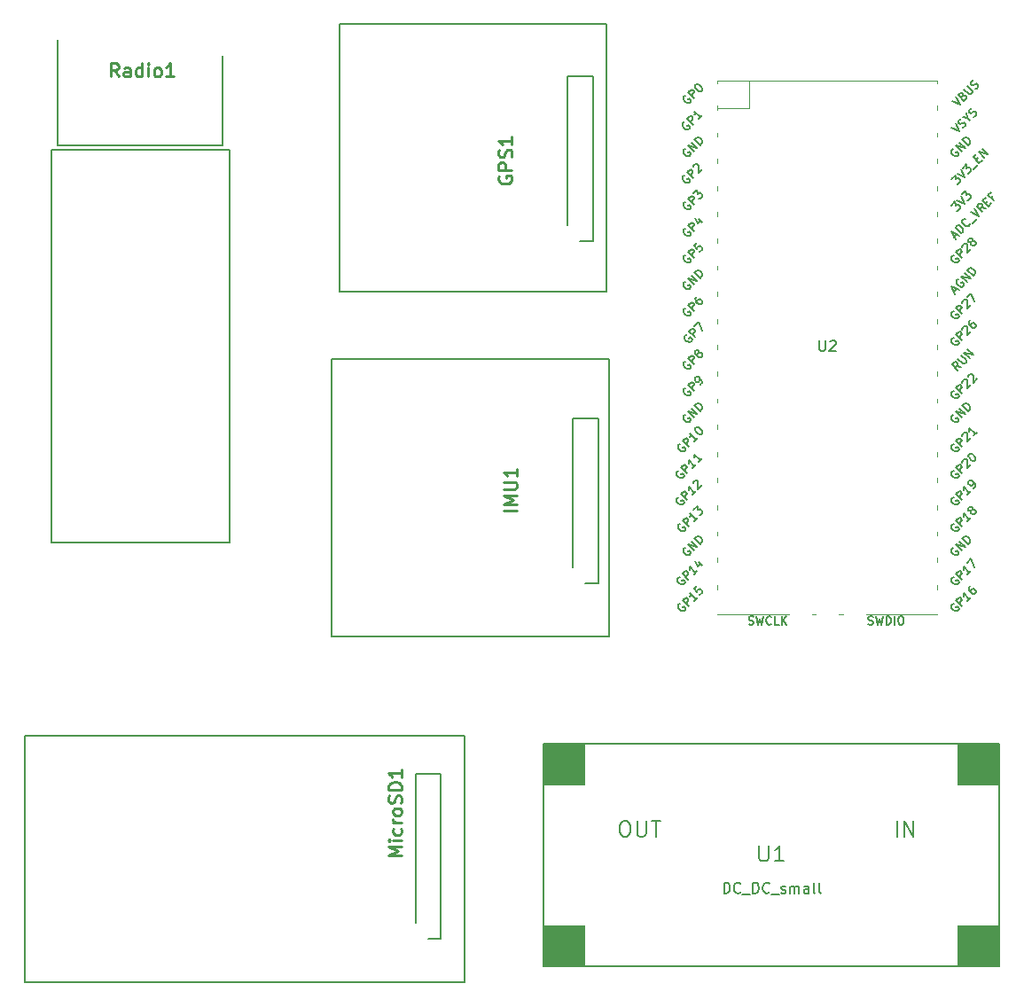
<source format=gbr>
%TF.GenerationSoftware,KiCad,Pcbnew,(7.0.0)*%
%TF.CreationDate,2023-04-17T20:28:16-05:00*%
%TF.ProjectId,PCB_Layout,5043425f-4c61-4796-9f75-742e6b696361,rev?*%
%TF.SameCoordinates,Original*%
%TF.FileFunction,Legend,Top*%
%TF.FilePolarity,Positive*%
%FSLAX46Y46*%
G04 Gerber Fmt 4.6, Leading zero omitted, Abs format (unit mm)*
G04 Created by KiCad (PCBNEW (7.0.0)) date 2023-04-17 20:28:16*
%MOMM*%
%LPD*%
G01*
G04 APERTURE LIST*
%ADD10C,0.150000*%
%ADD11C,0.254000*%
%ADD12C,0.200000*%
%ADD13C,0.120000*%
%ADD14R,4.000000X4.000000*%
G04 APERTURE END LIST*
D10*
X109500000Y-52000000D02*
X126500000Y-52000000D01*
X126500000Y-52000000D02*
X126500000Y-89500000D01*
X126500000Y-89500000D02*
X109500000Y-89500000D01*
X109500000Y-89500000D02*
X109500000Y-52000000D01*
X136250000Y-72000000D02*
X162750000Y-72000000D01*
X162750000Y-72000000D02*
X162750000Y-98500000D01*
X162750000Y-98500000D02*
X136250000Y-98500000D01*
X136250000Y-98500000D02*
X136250000Y-72000000D01*
X107000000Y-108000000D02*
X149000000Y-108000000D01*
X149000000Y-108000000D02*
X149000000Y-131500000D01*
X149000000Y-131500000D02*
X107000000Y-131500000D01*
X107000000Y-131500000D02*
X107000000Y-108000000D01*
X137000000Y-40000000D02*
X162500000Y-40000000D01*
X162500000Y-40000000D02*
X162500000Y-65500000D01*
X162500000Y-65500000D02*
X137000000Y-65500000D01*
X137000000Y-65500000D02*
X137000000Y-40000000D01*
D11*
%TO.C,MicroSD1*%
X142966573Y-119412143D02*
X141696573Y-119412143D01*
X141696573Y-119412143D02*
X142603716Y-118988809D01*
X142603716Y-118988809D02*
X141696573Y-118565476D01*
X141696573Y-118565476D02*
X142966573Y-118565476D01*
X142966573Y-117960714D02*
X142119907Y-117960714D01*
X141696573Y-117960714D02*
X141757050Y-118021190D01*
X141757050Y-118021190D02*
X141817526Y-117960714D01*
X141817526Y-117960714D02*
X141757050Y-117900237D01*
X141757050Y-117900237D02*
X141696573Y-117960714D01*
X141696573Y-117960714D02*
X141817526Y-117960714D01*
X142906097Y-116811666D02*
X142966573Y-116932618D01*
X142966573Y-116932618D02*
X142966573Y-117174523D01*
X142966573Y-117174523D02*
X142906097Y-117295475D01*
X142906097Y-117295475D02*
X142845621Y-117355952D01*
X142845621Y-117355952D02*
X142724669Y-117416428D01*
X142724669Y-117416428D02*
X142361811Y-117416428D01*
X142361811Y-117416428D02*
X142240859Y-117355952D01*
X142240859Y-117355952D02*
X142180383Y-117295475D01*
X142180383Y-117295475D02*
X142119907Y-117174523D01*
X142119907Y-117174523D02*
X142119907Y-116932618D01*
X142119907Y-116932618D02*
X142180383Y-116811666D01*
X142966573Y-116267381D02*
X142119907Y-116267381D01*
X142361811Y-116267381D02*
X142240859Y-116206904D01*
X142240859Y-116206904D02*
X142180383Y-116146428D01*
X142180383Y-116146428D02*
X142119907Y-116025476D01*
X142119907Y-116025476D02*
X142119907Y-115904523D01*
X142966573Y-115299762D02*
X142906097Y-115420714D01*
X142906097Y-115420714D02*
X142845621Y-115481191D01*
X142845621Y-115481191D02*
X142724669Y-115541667D01*
X142724669Y-115541667D02*
X142361811Y-115541667D01*
X142361811Y-115541667D02*
X142240859Y-115481191D01*
X142240859Y-115481191D02*
X142180383Y-115420714D01*
X142180383Y-115420714D02*
X142119907Y-115299762D01*
X142119907Y-115299762D02*
X142119907Y-115118333D01*
X142119907Y-115118333D02*
X142180383Y-114997381D01*
X142180383Y-114997381D02*
X142240859Y-114936905D01*
X142240859Y-114936905D02*
X142361811Y-114876429D01*
X142361811Y-114876429D02*
X142724669Y-114876429D01*
X142724669Y-114876429D02*
X142845621Y-114936905D01*
X142845621Y-114936905D02*
X142906097Y-114997381D01*
X142906097Y-114997381D02*
X142966573Y-115118333D01*
X142966573Y-115118333D02*
X142966573Y-115299762D01*
X142906097Y-114392619D02*
X142966573Y-114211190D01*
X142966573Y-114211190D02*
X142966573Y-113908809D01*
X142966573Y-113908809D02*
X142906097Y-113787857D01*
X142906097Y-113787857D02*
X142845621Y-113727381D01*
X142845621Y-113727381D02*
X142724669Y-113666904D01*
X142724669Y-113666904D02*
X142603716Y-113666904D01*
X142603716Y-113666904D02*
X142482764Y-113727381D01*
X142482764Y-113727381D02*
X142422288Y-113787857D01*
X142422288Y-113787857D02*
X142361811Y-113908809D01*
X142361811Y-113908809D02*
X142301335Y-114150714D01*
X142301335Y-114150714D02*
X142240859Y-114271666D01*
X142240859Y-114271666D02*
X142180383Y-114332143D01*
X142180383Y-114332143D02*
X142059430Y-114392619D01*
X142059430Y-114392619D02*
X141938478Y-114392619D01*
X141938478Y-114392619D02*
X141817526Y-114332143D01*
X141817526Y-114332143D02*
X141757050Y-114271666D01*
X141757050Y-114271666D02*
X141696573Y-114150714D01*
X141696573Y-114150714D02*
X141696573Y-113848333D01*
X141696573Y-113848333D02*
X141757050Y-113666904D01*
X142966573Y-113122619D02*
X141696573Y-113122619D01*
X141696573Y-113122619D02*
X141696573Y-112820238D01*
X141696573Y-112820238D02*
X141757050Y-112638809D01*
X141757050Y-112638809D02*
X141878002Y-112517857D01*
X141878002Y-112517857D02*
X141998954Y-112457380D01*
X141998954Y-112457380D02*
X142240859Y-112396904D01*
X142240859Y-112396904D02*
X142422288Y-112396904D01*
X142422288Y-112396904D02*
X142664192Y-112457380D01*
X142664192Y-112457380D02*
X142785145Y-112517857D01*
X142785145Y-112517857D02*
X142906097Y-112638809D01*
X142906097Y-112638809D02*
X142966573Y-112820238D01*
X142966573Y-112820238D02*
X142966573Y-113122619D01*
X142966573Y-111187380D02*
X142966573Y-111913095D01*
X142966573Y-111550238D02*
X141696573Y-111550238D01*
X141696573Y-111550238D02*
X141878002Y-111671190D01*
X141878002Y-111671190D02*
X141998954Y-111792142D01*
X141998954Y-111792142D02*
X142059430Y-111913095D01*
%TO.C,IMU1*%
X153966573Y-86495714D02*
X152696573Y-86495714D01*
X153966573Y-85890952D02*
X152696573Y-85890952D01*
X152696573Y-85890952D02*
X153603716Y-85467618D01*
X153603716Y-85467618D02*
X152696573Y-85044285D01*
X152696573Y-85044285D02*
X153966573Y-85044285D01*
X152696573Y-84439523D02*
X153724669Y-84439523D01*
X153724669Y-84439523D02*
X153845621Y-84379046D01*
X153845621Y-84379046D02*
X153906097Y-84318570D01*
X153906097Y-84318570D02*
X153966573Y-84197618D01*
X153966573Y-84197618D02*
X153966573Y-83955713D01*
X153966573Y-83955713D02*
X153906097Y-83834761D01*
X153906097Y-83834761D02*
X153845621Y-83774284D01*
X153845621Y-83774284D02*
X153724669Y-83713808D01*
X153724669Y-83713808D02*
X152696573Y-83713808D01*
X153966573Y-82443808D02*
X153966573Y-83169523D01*
X153966573Y-82806666D02*
X152696573Y-82806666D01*
X152696573Y-82806666D02*
X152878002Y-82927618D01*
X152878002Y-82927618D02*
X152998954Y-83048570D01*
X152998954Y-83048570D02*
X153059430Y-83169523D01*
D10*
%TO.C,U1*%
X177107142Y-118426071D02*
X177107142Y-119640357D01*
X177107142Y-119640357D02*
X177178571Y-119783214D01*
X177178571Y-119783214D02*
X177250000Y-119854642D01*
X177250000Y-119854642D02*
X177392857Y-119926071D01*
X177392857Y-119926071D02*
X177678571Y-119926071D01*
X177678571Y-119926071D02*
X177821428Y-119854642D01*
X177821428Y-119854642D02*
X177892857Y-119783214D01*
X177892857Y-119783214D02*
X177964285Y-119640357D01*
X177964285Y-119640357D02*
X177964285Y-118426071D01*
X179464286Y-119926071D02*
X178607143Y-119926071D01*
X179035714Y-119926071D02*
X179035714Y-118426071D01*
X179035714Y-118426071D02*
X178892857Y-118640357D01*
X178892857Y-118640357D02*
X178750000Y-118783214D01*
X178750000Y-118783214D02*
X178607143Y-118854642D01*
X173729371Y-122993580D02*
X173729371Y-121993580D01*
X173729371Y-121993580D02*
X173967466Y-121993580D01*
X173967466Y-121993580D02*
X174110323Y-122041200D01*
X174110323Y-122041200D02*
X174205561Y-122136438D01*
X174205561Y-122136438D02*
X174253180Y-122231676D01*
X174253180Y-122231676D02*
X174300799Y-122422152D01*
X174300799Y-122422152D02*
X174300799Y-122565009D01*
X174300799Y-122565009D02*
X174253180Y-122755485D01*
X174253180Y-122755485D02*
X174205561Y-122850723D01*
X174205561Y-122850723D02*
X174110323Y-122945961D01*
X174110323Y-122945961D02*
X173967466Y-122993580D01*
X173967466Y-122993580D02*
X173729371Y-122993580D01*
X175300799Y-122898342D02*
X175253180Y-122945961D01*
X175253180Y-122945961D02*
X175110323Y-122993580D01*
X175110323Y-122993580D02*
X175015085Y-122993580D01*
X175015085Y-122993580D02*
X174872228Y-122945961D01*
X174872228Y-122945961D02*
X174776990Y-122850723D01*
X174776990Y-122850723D02*
X174729371Y-122755485D01*
X174729371Y-122755485D02*
X174681752Y-122565009D01*
X174681752Y-122565009D02*
X174681752Y-122422152D01*
X174681752Y-122422152D02*
X174729371Y-122231676D01*
X174729371Y-122231676D02*
X174776990Y-122136438D01*
X174776990Y-122136438D02*
X174872228Y-122041200D01*
X174872228Y-122041200D02*
X175015085Y-121993580D01*
X175015085Y-121993580D02*
X175110323Y-121993580D01*
X175110323Y-121993580D02*
X175253180Y-122041200D01*
X175253180Y-122041200D02*
X175300799Y-122088819D01*
X175491276Y-123088819D02*
X176253180Y-123088819D01*
X176491276Y-122993580D02*
X176491276Y-121993580D01*
X176491276Y-121993580D02*
X176729371Y-121993580D01*
X176729371Y-121993580D02*
X176872228Y-122041200D01*
X176872228Y-122041200D02*
X176967466Y-122136438D01*
X176967466Y-122136438D02*
X177015085Y-122231676D01*
X177015085Y-122231676D02*
X177062704Y-122422152D01*
X177062704Y-122422152D02*
X177062704Y-122565009D01*
X177062704Y-122565009D02*
X177015085Y-122755485D01*
X177015085Y-122755485D02*
X176967466Y-122850723D01*
X176967466Y-122850723D02*
X176872228Y-122945961D01*
X176872228Y-122945961D02*
X176729371Y-122993580D01*
X176729371Y-122993580D02*
X176491276Y-122993580D01*
X178062704Y-122898342D02*
X178015085Y-122945961D01*
X178015085Y-122945961D02*
X177872228Y-122993580D01*
X177872228Y-122993580D02*
X177776990Y-122993580D01*
X177776990Y-122993580D02*
X177634133Y-122945961D01*
X177634133Y-122945961D02*
X177538895Y-122850723D01*
X177538895Y-122850723D02*
X177491276Y-122755485D01*
X177491276Y-122755485D02*
X177443657Y-122565009D01*
X177443657Y-122565009D02*
X177443657Y-122422152D01*
X177443657Y-122422152D02*
X177491276Y-122231676D01*
X177491276Y-122231676D02*
X177538895Y-122136438D01*
X177538895Y-122136438D02*
X177634133Y-122041200D01*
X177634133Y-122041200D02*
X177776990Y-121993580D01*
X177776990Y-121993580D02*
X177872228Y-121993580D01*
X177872228Y-121993580D02*
X178015085Y-122041200D01*
X178015085Y-122041200D02*
X178062704Y-122088819D01*
X178253181Y-123088819D02*
X179015085Y-123088819D01*
X179205562Y-122945961D02*
X179300800Y-122993580D01*
X179300800Y-122993580D02*
X179491276Y-122993580D01*
X179491276Y-122993580D02*
X179586514Y-122945961D01*
X179586514Y-122945961D02*
X179634133Y-122850723D01*
X179634133Y-122850723D02*
X179634133Y-122803104D01*
X179634133Y-122803104D02*
X179586514Y-122707866D01*
X179586514Y-122707866D02*
X179491276Y-122660247D01*
X179491276Y-122660247D02*
X179348419Y-122660247D01*
X179348419Y-122660247D02*
X179253181Y-122612628D01*
X179253181Y-122612628D02*
X179205562Y-122517390D01*
X179205562Y-122517390D02*
X179205562Y-122469771D01*
X179205562Y-122469771D02*
X179253181Y-122374533D01*
X179253181Y-122374533D02*
X179348419Y-122326914D01*
X179348419Y-122326914D02*
X179491276Y-122326914D01*
X179491276Y-122326914D02*
X179586514Y-122374533D01*
X180062705Y-122993580D02*
X180062705Y-122326914D01*
X180062705Y-122422152D02*
X180110324Y-122374533D01*
X180110324Y-122374533D02*
X180205562Y-122326914D01*
X180205562Y-122326914D02*
X180348419Y-122326914D01*
X180348419Y-122326914D02*
X180443657Y-122374533D01*
X180443657Y-122374533D02*
X180491276Y-122469771D01*
X180491276Y-122469771D02*
X180491276Y-122993580D01*
X180491276Y-122469771D02*
X180538895Y-122374533D01*
X180538895Y-122374533D02*
X180634133Y-122326914D01*
X180634133Y-122326914D02*
X180776990Y-122326914D01*
X180776990Y-122326914D02*
X180872229Y-122374533D01*
X180872229Y-122374533D02*
X180919848Y-122469771D01*
X180919848Y-122469771D02*
X180919848Y-122993580D01*
X181824609Y-122993580D02*
X181824609Y-122469771D01*
X181824609Y-122469771D02*
X181776990Y-122374533D01*
X181776990Y-122374533D02*
X181681752Y-122326914D01*
X181681752Y-122326914D02*
X181491276Y-122326914D01*
X181491276Y-122326914D02*
X181396038Y-122374533D01*
X181824609Y-122945961D02*
X181729371Y-122993580D01*
X181729371Y-122993580D02*
X181491276Y-122993580D01*
X181491276Y-122993580D02*
X181396038Y-122945961D01*
X181396038Y-122945961D02*
X181348419Y-122850723D01*
X181348419Y-122850723D02*
X181348419Y-122755485D01*
X181348419Y-122755485D02*
X181396038Y-122660247D01*
X181396038Y-122660247D02*
X181491276Y-122612628D01*
X181491276Y-122612628D02*
X181729371Y-122612628D01*
X181729371Y-122612628D02*
X181824609Y-122565009D01*
X182443657Y-122993580D02*
X182348419Y-122945961D01*
X182348419Y-122945961D02*
X182300800Y-122850723D01*
X182300800Y-122850723D02*
X182300800Y-121993580D01*
X182967467Y-122993580D02*
X182872229Y-122945961D01*
X182872229Y-122945961D02*
X182824610Y-122850723D01*
X182824610Y-122850723D02*
X182824610Y-121993580D01*
X164151600Y-116089271D02*
X164437314Y-116089271D01*
X164437314Y-116089271D02*
X164580171Y-116160700D01*
X164580171Y-116160700D02*
X164723028Y-116303557D01*
X164723028Y-116303557D02*
X164794457Y-116589271D01*
X164794457Y-116589271D02*
X164794457Y-117089271D01*
X164794457Y-117089271D02*
X164723028Y-117374985D01*
X164723028Y-117374985D02*
X164580171Y-117517842D01*
X164580171Y-117517842D02*
X164437314Y-117589271D01*
X164437314Y-117589271D02*
X164151600Y-117589271D01*
X164151600Y-117589271D02*
X164008743Y-117517842D01*
X164008743Y-117517842D02*
X163865885Y-117374985D01*
X163865885Y-117374985D02*
X163794457Y-117089271D01*
X163794457Y-117089271D02*
X163794457Y-116589271D01*
X163794457Y-116589271D02*
X163865885Y-116303557D01*
X163865885Y-116303557D02*
X164008743Y-116160700D01*
X164008743Y-116160700D02*
X164151600Y-116089271D01*
X165437314Y-116089271D02*
X165437314Y-117303557D01*
X165437314Y-117303557D02*
X165508743Y-117446414D01*
X165508743Y-117446414D02*
X165580172Y-117517842D01*
X165580172Y-117517842D02*
X165723029Y-117589271D01*
X165723029Y-117589271D02*
X166008743Y-117589271D01*
X166008743Y-117589271D02*
X166151600Y-117517842D01*
X166151600Y-117517842D02*
X166223029Y-117446414D01*
X166223029Y-117446414D02*
X166294457Y-117303557D01*
X166294457Y-117303557D02*
X166294457Y-116089271D01*
X166794458Y-116089271D02*
X167651601Y-116089271D01*
X167223029Y-117589271D02*
X167223029Y-116089271D01*
X190265885Y-117589271D02*
X190265885Y-116089271D01*
X190980171Y-117589271D02*
X190980171Y-116089271D01*
X190980171Y-116089271D02*
X191837314Y-117589271D01*
X191837314Y-117589271D02*
X191837314Y-116089271D01*
D11*
%TO.C,Radio1*%
X115912380Y-44989073D02*
X115489046Y-44384311D01*
X115186665Y-44989073D02*
X115186665Y-43719073D01*
X115186665Y-43719073D02*
X115670475Y-43719073D01*
X115670475Y-43719073D02*
X115791427Y-43779550D01*
X115791427Y-43779550D02*
X115851904Y-43840026D01*
X115851904Y-43840026D02*
X115912380Y-43960978D01*
X115912380Y-43960978D02*
X115912380Y-44142407D01*
X115912380Y-44142407D02*
X115851904Y-44263359D01*
X115851904Y-44263359D02*
X115791427Y-44323835D01*
X115791427Y-44323835D02*
X115670475Y-44384311D01*
X115670475Y-44384311D02*
X115186665Y-44384311D01*
X117000951Y-44989073D02*
X117000951Y-44323835D01*
X117000951Y-44323835D02*
X116940475Y-44202883D01*
X116940475Y-44202883D02*
X116819523Y-44142407D01*
X116819523Y-44142407D02*
X116577618Y-44142407D01*
X116577618Y-44142407D02*
X116456665Y-44202883D01*
X117000951Y-44928597D02*
X116879999Y-44989073D01*
X116879999Y-44989073D02*
X116577618Y-44989073D01*
X116577618Y-44989073D02*
X116456665Y-44928597D01*
X116456665Y-44928597D02*
X116396189Y-44807645D01*
X116396189Y-44807645D02*
X116396189Y-44686692D01*
X116396189Y-44686692D02*
X116456665Y-44565740D01*
X116456665Y-44565740D02*
X116577618Y-44505264D01*
X116577618Y-44505264D02*
X116879999Y-44505264D01*
X116879999Y-44505264D02*
X117000951Y-44444788D01*
X118149999Y-44989073D02*
X118149999Y-43719073D01*
X118149999Y-44928597D02*
X118029047Y-44989073D01*
X118029047Y-44989073D02*
X117787142Y-44989073D01*
X117787142Y-44989073D02*
X117666190Y-44928597D01*
X117666190Y-44928597D02*
X117605713Y-44868121D01*
X117605713Y-44868121D02*
X117545237Y-44747169D01*
X117545237Y-44747169D02*
X117545237Y-44384311D01*
X117545237Y-44384311D02*
X117605713Y-44263359D01*
X117605713Y-44263359D02*
X117666190Y-44202883D01*
X117666190Y-44202883D02*
X117787142Y-44142407D01*
X117787142Y-44142407D02*
X118029047Y-44142407D01*
X118029047Y-44142407D02*
X118149999Y-44202883D01*
X118754761Y-44989073D02*
X118754761Y-44142407D01*
X118754761Y-43719073D02*
X118694285Y-43779550D01*
X118694285Y-43779550D02*
X118754761Y-43840026D01*
X118754761Y-43840026D02*
X118815238Y-43779550D01*
X118815238Y-43779550D02*
X118754761Y-43719073D01*
X118754761Y-43719073D02*
X118754761Y-43840026D01*
X119540952Y-44989073D02*
X119420000Y-44928597D01*
X119420000Y-44928597D02*
X119359523Y-44868121D01*
X119359523Y-44868121D02*
X119299047Y-44747169D01*
X119299047Y-44747169D02*
X119299047Y-44384311D01*
X119299047Y-44384311D02*
X119359523Y-44263359D01*
X119359523Y-44263359D02*
X119420000Y-44202883D01*
X119420000Y-44202883D02*
X119540952Y-44142407D01*
X119540952Y-44142407D02*
X119722381Y-44142407D01*
X119722381Y-44142407D02*
X119843333Y-44202883D01*
X119843333Y-44202883D02*
X119903809Y-44263359D01*
X119903809Y-44263359D02*
X119964285Y-44384311D01*
X119964285Y-44384311D02*
X119964285Y-44747169D01*
X119964285Y-44747169D02*
X119903809Y-44868121D01*
X119903809Y-44868121D02*
X119843333Y-44928597D01*
X119843333Y-44928597D02*
X119722381Y-44989073D01*
X119722381Y-44989073D02*
X119540952Y-44989073D01*
X121173810Y-44989073D02*
X120448095Y-44989073D01*
X120810952Y-44989073D02*
X120810952Y-43719073D01*
X120810952Y-43719073D02*
X120690000Y-43900502D01*
X120690000Y-43900502D02*
X120569048Y-44021454D01*
X120569048Y-44021454D02*
X120448095Y-44081930D01*
D10*
%TO.C,U2*%
X182848095Y-70217380D02*
X182848095Y-71026904D01*
X182848095Y-71026904D02*
X182895714Y-71122142D01*
X182895714Y-71122142D02*
X182943333Y-71169761D01*
X182943333Y-71169761D02*
X183038571Y-71217380D01*
X183038571Y-71217380D02*
X183229047Y-71217380D01*
X183229047Y-71217380D02*
X183324285Y-71169761D01*
X183324285Y-71169761D02*
X183371904Y-71122142D01*
X183371904Y-71122142D02*
X183419523Y-71026904D01*
X183419523Y-71026904D02*
X183419523Y-70217380D01*
X183848095Y-70312619D02*
X183895714Y-70265000D01*
X183895714Y-70265000D02*
X183990952Y-70217380D01*
X183990952Y-70217380D02*
X184229047Y-70217380D01*
X184229047Y-70217380D02*
X184324285Y-70265000D01*
X184324285Y-70265000D02*
X184371904Y-70312619D01*
X184371904Y-70312619D02*
X184419523Y-70407857D01*
X184419523Y-70407857D02*
X184419523Y-70503095D01*
X184419523Y-70503095D02*
X184371904Y-70645952D01*
X184371904Y-70645952D02*
X183800476Y-71217380D01*
X183800476Y-71217380D02*
X184419523Y-71217380D01*
X169551638Y-95322509D02*
X169470826Y-95349446D01*
X169470826Y-95349446D02*
X169390014Y-95430258D01*
X169390014Y-95430258D02*
X169336139Y-95538008D01*
X169336139Y-95538008D02*
X169336139Y-95645758D01*
X169336139Y-95645758D02*
X169363077Y-95726570D01*
X169363077Y-95726570D02*
X169443889Y-95861257D01*
X169443889Y-95861257D02*
X169524701Y-95942069D01*
X169524701Y-95942069D02*
X169659388Y-96022881D01*
X169659388Y-96022881D02*
X169740200Y-96049819D01*
X169740200Y-96049819D02*
X169847950Y-96049819D01*
X169847950Y-96049819D02*
X169955699Y-95995944D01*
X169955699Y-95995944D02*
X170009574Y-95942069D01*
X170009574Y-95942069D02*
X170063449Y-95834319D01*
X170063449Y-95834319D02*
X170063449Y-95780445D01*
X170063449Y-95780445D02*
X169874887Y-95591883D01*
X169874887Y-95591883D02*
X169767138Y-95699632D01*
X170359760Y-95591883D02*
X169794075Y-95026197D01*
X169794075Y-95026197D02*
X170009574Y-94810698D01*
X170009574Y-94810698D02*
X170090386Y-94783761D01*
X170090386Y-94783761D02*
X170144261Y-94783761D01*
X170144261Y-94783761D02*
X170225073Y-94810698D01*
X170225073Y-94810698D02*
X170305886Y-94891510D01*
X170305886Y-94891510D02*
X170332823Y-94972323D01*
X170332823Y-94972323D02*
X170332823Y-95026197D01*
X170332823Y-95026197D02*
X170305886Y-95107010D01*
X170305886Y-95107010D02*
X170090386Y-95322509D01*
X171221757Y-94729886D02*
X170898508Y-95053135D01*
X171060133Y-94891510D02*
X170494447Y-94325825D01*
X170494447Y-94325825D02*
X170521385Y-94460512D01*
X170521385Y-94460512D02*
X170521385Y-94568261D01*
X170521385Y-94568261D02*
X170494447Y-94649074D01*
X171167883Y-93652390D02*
X170898509Y-93921764D01*
X170898509Y-93921764D02*
X171140945Y-94218075D01*
X171140945Y-94218075D02*
X171140945Y-94164200D01*
X171140945Y-94164200D02*
X171167883Y-94083388D01*
X171167883Y-94083388D02*
X171302570Y-93948701D01*
X171302570Y-93948701D02*
X171383382Y-93921764D01*
X171383382Y-93921764D02*
X171437257Y-93921764D01*
X171437257Y-93921764D02*
X171518069Y-93948701D01*
X171518069Y-93948701D02*
X171652756Y-94083388D01*
X171652756Y-94083388D02*
X171679693Y-94164200D01*
X171679693Y-94164200D02*
X171679693Y-94218075D01*
X171679693Y-94218075D02*
X171652756Y-94298887D01*
X171652756Y-94298887D02*
X171518069Y-94433574D01*
X171518069Y-94433574D02*
X171437257Y-94460512D01*
X171437257Y-94460512D02*
X171383382Y-94460512D01*
X169551638Y-80082509D02*
X169470826Y-80109446D01*
X169470826Y-80109446D02*
X169390014Y-80190258D01*
X169390014Y-80190258D02*
X169336139Y-80298008D01*
X169336139Y-80298008D02*
X169336139Y-80405758D01*
X169336139Y-80405758D02*
X169363077Y-80486570D01*
X169363077Y-80486570D02*
X169443889Y-80621257D01*
X169443889Y-80621257D02*
X169524701Y-80702069D01*
X169524701Y-80702069D02*
X169659388Y-80782881D01*
X169659388Y-80782881D02*
X169740200Y-80809819D01*
X169740200Y-80809819D02*
X169847950Y-80809819D01*
X169847950Y-80809819D02*
X169955699Y-80755944D01*
X169955699Y-80755944D02*
X170009574Y-80702069D01*
X170009574Y-80702069D02*
X170063449Y-80594319D01*
X170063449Y-80594319D02*
X170063449Y-80540445D01*
X170063449Y-80540445D02*
X169874887Y-80351883D01*
X169874887Y-80351883D02*
X169767138Y-80459632D01*
X170359760Y-80351883D02*
X169794075Y-79786197D01*
X169794075Y-79786197D02*
X170009574Y-79570698D01*
X170009574Y-79570698D02*
X170090386Y-79543761D01*
X170090386Y-79543761D02*
X170144261Y-79543761D01*
X170144261Y-79543761D02*
X170225073Y-79570698D01*
X170225073Y-79570698D02*
X170305886Y-79651510D01*
X170305886Y-79651510D02*
X170332823Y-79732323D01*
X170332823Y-79732323D02*
X170332823Y-79786197D01*
X170332823Y-79786197D02*
X170305886Y-79867010D01*
X170305886Y-79867010D02*
X170090386Y-80082509D01*
X171221757Y-79489886D02*
X170898508Y-79813135D01*
X171060133Y-79651510D02*
X170494447Y-79085825D01*
X170494447Y-79085825D02*
X170521385Y-79220512D01*
X170521385Y-79220512D02*
X170521385Y-79328261D01*
X170521385Y-79328261D02*
X170494447Y-79409074D01*
X171006258Y-78574014D02*
X171060133Y-78520139D01*
X171060133Y-78520139D02*
X171140945Y-78493202D01*
X171140945Y-78493202D02*
X171194820Y-78493202D01*
X171194820Y-78493202D02*
X171275632Y-78520139D01*
X171275632Y-78520139D02*
X171410319Y-78600951D01*
X171410319Y-78600951D02*
X171545006Y-78735638D01*
X171545006Y-78735638D02*
X171625818Y-78870326D01*
X171625818Y-78870326D02*
X171652756Y-78951138D01*
X171652756Y-78951138D02*
X171652756Y-79005013D01*
X171652756Y-79005013D02*
X171625818Y-79085825D01*
X171625818Y-79085825D02*
X171571944Y-79139700D01*
X171571944Y-79139700D02*
X171491131Y-79166637D01*
X171491131Y-79166637D02*
X171437257Y-79166637D01*
X171437257Y-79166637D02*
X171356444Y-79139700D01*
X171356444Y-79139700D02*
X171221757Y-79058887D01*
X171221757Y-79058887D02*
X171087070Y-78924200D01*
X171087070Y-78924200D02*
X171006258Y-78789513D01*
X171006258Y-78789513D02*
X170979321Y-78708701D01*
X170979321Y-78708701D02*
X170979321Y-78654826D01*
X170979321Y-78654826D02*
X171006258Y-78574014D01*
X195648076Y-51900072D02*
X195567263Y-51927009D01*
X195567263Y-51927009D02*
X195486451Y-52007821D01*
X195486451Y-52007821D02*
X195432576Y-52115571D01*
X195432576Y-52115571D02*
X195432576Y-52223320D01*
X195432576Y-52223320D02*
X195459514Y-52304133D01*
X195459514Y-52304133D02*
X195540326Y-52438820D01*
X195540326Y-52438820D02*
X195621138Y-52519632D01*
X195621138Y-52519632D02*
X195755825Y-52600444D01*
X195755825Y-52600444D02*
X195836637Y-52627381D01*
X195836637Y-52627381D02*
X195944387Y-52627381D01*
X195944387Y-52627381D02*
X196052137Y-52573507D01*
X196052137Y-52573507D02*
X196106011Y-52519632D01*
X196106011Y-52519632D02*
X196159886Y-52411882D01*
X196159886Y-52411882D02*
X196159886Y-52358007D01*
X196159886Y-52358007D02*
X195971324Y-52169446D01*
X195971324Y-52169446D02*
X195863575Y-52277195D01*
X196456198Y-52169446D02*
X195890512Y-51603760D01*
X195890512Y-51603760D02*
X196779446Y-51846197D01*
X196779446Y-51846197D02*
X196213761Y-51280511D01*
X197048820Y-51576823D02*
X196483135Y-51011137D01*
X196483135Y-51011137D02*
X196617822Y-50876450D01*
X196617822Y-50876450D02*
X196725571Y-50822576D01*
X196725571Y-50822576D02*
X196833321Y-50822576D01*
X196833321Y-50822576D02*
X196914133Y-50849513D01*
X196914133Y-50849513D02*
X197048820Y-50930325D01*
X197048820Y-50930325D02*
X197129632Y-51011137D01*
X197129632Y-51011137D02*
X197210445Y-51145824D01*
X197210445Y-51145824D02*
X197237382Y-51226637D01*
X197237382Y-51226637D02*
X197237382Y-51334386D01*
X197237382Y-51334386D02*
X197183507Y-51442136D01*
X197183507Y-51442136D02*
X197048820Y-51576823D01*
X195482390Y-49871883D02*
X196236637Y-50249006D01*
X196236637Y-50249006D02*
X195859513Y-49494759D01*
X196559886Y-49871883D02*
X196667635Y-49818008D01*
X196667635Y-49818008D02*
X196802322Y-49683321D01*
X196802322Y-49683321D02*
X196829260Y-49602509D01*
X196829260Y-49602509D02*
X196829260Y-49548634D01*
X196829260Y-49548634D02*
X196802322Y-49467822D01*
X196802322Y-49467822D02*
X196748447Y-49413947D01*
X196748447Y-49413947D02*
X196667635Y-49387010D01*
X196667635Y-49387010D02*
X196613760Y-49387010D01*
X196613760Y-49387010D02*
X196532948Y-49413947D01*
X196532948Y-49413947D02*
X196398261Y-49494759D01*
X196398261Y-49494759D02*
X196317449Y-49521697D01*
X196317449Y-49521697D02*
X196263574Y-49521697D01*
X196263574Y-49521697D02*
X196182762Y-49494759D01*
X196182762Y-49494759D02*
X196128887Y-49440884D01*
X196128887Y-49440884D02*
X196101950Y-49360072D01*
X196101950Y-49360072D02*
X196101950Y-49306197D01*
X196101950Y-49306197D02*
X196128887Y-49225385D01*
X196128887Y-49225385D02*
X196263574Y-49090698D01*
X196263574Y-49090698D02*
X196371324Y-49036823D01*
X196990884Y-48956011D02*
X197260258Y-49225385D01*
X196506011Y-48848261D02*
X196990884Y-48956011D01*
X196990884Y-48956011D02*
X196883135Y-48471138D01*
X197583507Y-48848262D02*
X197691256Y-48794387D01*
X197691256Y-48794387D02*
X197825943Y-48659700D01*
X197825943Y-48659700D02*
X197852881Y-48578888D01*
X197852881Y-48578888D02*
X197852881Y-48525013D01*
X197852881Y-48525013D02*
X197825943Y-48444201D01*
X197825943Y-48444201D02*
X197772069Y-48390326D01*
X197772069Y-48390326D02*
X197691256Y-48363388D01*
X197691256Y-48363388D02*
X197637382Y-48363388D01*
X197637382Y-48363388D02*
X197556569Y-48390326D01*
X197556569Y-48390326D02*
X197421882Y-48471138D01*
X197421882Y-48471138D02*
X197341070Y-48498075D01*
X197341070Y-48498075D02*
X197287195Y-48498075D01*
X197287195Y-48498075D02*
X197206383Y-48471138D01*
X197206383Y-48471138D02*
X197152508Y-48417263D01*
X197152508Y-48417263D02*
X197125571Y-48336451D01*
X197125571Y-48336451D02*
X197125571Y-48282576D01*
X197125571Y-48282576D02*
X197152508Y-48201764D01*
X197152508Y-48201764D02*
X197287195Y-48067077D01*
X197287195Y-48067077D02*
X197394945Y-48013202D01*
X195659638Y-87702509D02*
X195578826Y-87729446D01*
X195578826Y-87729446D02*
X195498014Y-87810258D01*
X195498014Y-87810258D02*
X195444139Y-87918008D01*
X195444139Y-87918008D02*
X195444139Y-88025758D01*
X195444139Y-88025758D02*
X195471077Y-88106570D01*
X195471077Y-88106570D02*
X195551889Y-88241257D01*
X195551889Y-88241257D02*
X195632701Y-88322069D01*
X195632701Y-88322069D02*
X195767388Y-88402881D01*
X195767388Y-88402881D02*
X195848200Y-88429819D01*
X195848200Y-88429819D02*
X195955950Y-88429819D01*
X195955950Y-88429819D02*
X196063699Y-88375944D01*
X196063699Y-88375944D02*
X196117574Y-88322069D01*
X196117574Y-88322069D02*
X196171449Y-88214319D01*
X196171449Y-88214319D02*
X196171449Y-88160445D01*
X196171449Y-88160445D02*
X195982887Y-87971883D01*
X195982887Y-87971883D02*
X195875138Y-88079632D01*
X196467760Y-87971883D02*
X195902075Y-87406197D01*
X195902075Y-87406197D02*
X196117574Y-87190698D01*
X196117574Y-87190698D02*
X196198386Y-87163761D01*
X196198386Y-87163761D02*
X196252261Y-87163761D01*
X196252261Y-87163761D02*
X196333073Y-87190698D01*
X196333073Y-87190698D02*
X196413886Y-87271510D01*
X196413886Y-87271510D02*
X196440823Y-87352323D01*
X196440823Y-87352323D02*
X196440823Y-87406197D01*
X196440823Y-87406197D02*
X196413886Y-87487010D01*
X196413886Y-87487010D02*
X196198386Y-87702509D01*
X197329757Y-87109886D02*
X197006508Y-87433135D01*
X197168133Y-87271510D02*
X196602447Y-86705825D01*
X196602447Y-86705825D02*
X196629385Y-86840512D01*
X196629385Y-86840512D02*
X196629385Y-86948261D01*
X196629385Y-86948261D02*
X196602447Y-87029074D01*
X197329757Y-86463388D02*
X197248945Y-86490326D01*
X197248945Y-86490326D02*
X197195070Y-86490326D01*
X197195070Y-86490326D02*
X197114258Y-86463388D01*
X197114258Y-86463388D02*
X197087321Y-86436451D01*
X197087321Y-86436451D02*
X197060383Y-86355638D01*
X197060383Y-86355638D02*
X197060383Y-86301764D01*
X197060383Y-86301764D02*
X197087321Y-86220951D01*
X197087321Y-86220951D02*
X197195070Y-86113202D01*
X197195070Y-86113202D02*
X197275883Y-86086264D01*
X197275883Y-86086264D02*
X197329757Y-86086264D01*
X197329757Y-86086264D02*
X197410570Y-86113202D01*
X197410570Y-86113202D02*
X197437507Y-86140139D01*
X197437507Y-86140139D02*
X197464444Y-86220951D01*
X197464444Y-86220951D02*
X197464444Y-86274826D01*
X197464444Y-86274826D02*
X197437507Y-86355638D01*
X197437507Y-86355638D02*
X197329757Y-86463388D01*
X197329757Y-86463388D02*
X197302820Y-86544200D01*
X197302820Y-86544200D02*
X197302820Y-86598075D01*
X197302820Y-86598075D02*
X197329757Y-86678887D01*
X197329757Y-86678887D02*
X197437507Y-86786637D01*
X197437507Y-86786637D02*
X197518319Y-86813574D01*
X197518319Y-86813574D02*
X197572194Y-86813574D01*
X197572194Y-86813574D02*
X197653006Y-86786637D01*
X197653006Y-86786637D02*
X197760756Y-86678887D01*
X197760756Y-86678887D02*
X197787693Y-86598075D01*
X197787693Y-86598075D02*
X197787693Y-86544200D01*
X197787693Y-86544200D02*
X197760756Y-86463388D01*
X197760756Y-86463388D02*
X197653006Y-86355638D01*
X197653006Y-86355638D02*
X197572194Y-86328701D01*
X197572194Y-86328701D02*
X197518319Y-86328701D01*
X197518319Y-86328701D02*
X197437507Y-86355638D01*
X169975013Y-54413134D02*
X169894201Y-54440072D01*
X169894201Y-54440072D02*
X169813388Y-54520884D01*
X169813388Y-54520884D02*
X169759514Y-54628633D01*
X169759514Y-54628633D02*
X169759514Y-54736383D01*
X169759514Y-54736383D02*
X169786451Y-54817195D01*
X169786451Y-54817195D02*
X169867263Y-54951882D01*
X169867263Y-54951882D02*
X169948075Y-55032695D01*
X169948075Y-55032695D02*
X170082762Y-55113507D01*
X170082762Y-55113507D02*
X170163575Y-55140444D01*
X170163575Y-55140444D02*
X170271324Y-55140444D01*
X170271324Y-55140444D02*
X170379074Y-55086569D01*
X170379074Y-55086569D02*
X170432949Y-55032695D01*
X170432949Y-55032695D02*
X170486823Y-54924945D01*
X170486823Y-54924945D02*
X170486823Y-54871070D01*
X170486823Y-54871070D02*
X170298262Y-54682508D01*
X170298262Y-54682508D02*
X170190512Y-54790258D01*
X170783135Y-54682508D02*
X170217449Y-54116823D01*
X170217449Y-54116823D02*
X170432949Y-53901324D01*
X170432949Y-53901324D02*
X170513761Y-53874386D01*
X170513761Y-53874386D02*
X170567636Y-53874386D01*
X170567636Y-53874386D02*
X170648448Y-53901324D01*
X170648448Y-53901324D02*
X170729260Y-53982136D01*
X170729260Y-53982136D02*
X170756197Y-54062948D01*
X170756197Y-54062948D02*
X170756197Y-54116823D01*
X170756197Y-54116823D02*
X170729260Y-54197635D01*
X170729260Y-54197635D02*
X170513761Y-54413134D01*
X170810072Y-53631950D02*
X170810072Y-53578075D01*
X170810072Y-53578075D02*
X170837010Y-53497263D01*
X170837010Y-53497263D02*
X170971697Y-53362576D01*
X170971697Y-53362576D02*
X171052509Y-53335638D01*
X171052509Y-53335638D02*
X171106384Y-53335638D01*
X171106384Y-53335638D02*
X171187196Y-53362576D01*
X171187196Y-53362576D02*
X171241071Y-53416450D01*
X171241071Y-53416450D02*
X171294945Y-53524200D01*
X171294945Y-53524200D02*
X171294945Y-54170698D01*
X171294945Y-54170698D02*
X171645132Y-53820511D01*
X170075013Y-56953134D02*
X169994201Y-56980072D01*
X169994201Y-56980072D02*
X169913388Y-57060884D01*
X169913388Y-57060884D02*
X169859514Y-57168633D01*
X169859514Y-57168633D02*
X169859514Y-57276383D01*
X169859514Y-57276383D02*
X169886451Y-57357195D01*
X169886451Y-57357195D02*
X169967263Y-57491882D01*
X169967263Y-57491882D02*
X170048075Y-57572695D01*
X170048075Y-57572695D02*
X170182762Y-57653507D01*
X170182762Y-57653507D02*
X170263575Y-57680444D01*
X170263575Y-57680444D02*
X170371324Y-57680444D01*
X170371324Y-57680444D02*
X170479074Y-57626569D01*
X170479074Y-57626569D02*
X170532949Y-57572695D01*
X170532949Y-57572695D02*
X170586823Y-57464945D01*
X170586823Y-57464945D02*
X170586823Y-57411070D01*
X170586823Y-57411070D02*
X170398262Y-57222508D01*
X170398262Y-57222508D02*
X170290512Y-57330258D01*
X170883135Y-57222508D02*
X170317449Y-56656823D01*
X170317449Y-56656823D02*
X170532949Y-56441324D01*
X170532949Y-56441324D02*
X170613761Y-56414386D01*
X170613761Y-56414386D02*
X170667636Y-56414386D01*
X170667636Y-56414386D02*
X170748448Y-56441324D01*
X170748448Y-56441324D02*
X170829260Y-56522136D01*
X170829260Y-56522136D02*
X170856197Y-56602948D01*
X170856197Y-56602948D02*
X170856197Y-56656823D01*
X170856197Y-56656823D02*
X170829260Y-56737635D01*
X170829260Y-56737635D02*
X170613761Y-56953134D01*
X170829260Y-56145012D02*
X171179446Y-55794826D01*
X171179446Y-55794826D02*
X171206384Y-56198887D01*
X171206384Y-56198887D02*
X171287196Y-56118075D01*
X171287196Y-56118075D02*
X171368008Y-56091137D01*
X171368008Y-56091137D02*
X171421883Y-56091137D01*
X171421883Y-56091137D02*
X171502695Y-56118075D01*
X171502695Y-56118075D02*
X171637382Y-56252762D01*
X171637382Y-56252762D02*
X171664319Y-56333574D01*
X171664319Y-56333574D02*
X171664319Y-56387449D01*
X171664319Y-56387449D02*
X171637382Y-56468261D01*
X171637382Y-56468261D02*
X171475758Y-56629885D01*
X171475758Y-56629885D02*
X171394945Y-56656823D01*
X171394945Y-56656823D02*
X171341071Y-56656823D01*
X195659638Y-75002509D02*
X195578826Y-75029446D01*
X195578826Y-75029446D02*
X195498014Y-75110258D01*
X195498014Y-75110258D02*
X195444139Y-75218008D01*
X195444139Y-75218008D02*
X195444139Y-75325758D01*
X195444139Y-75325758D02*
X195471077Y-75406570D01*
X195471077Y-75406570D02*
X195551889Y-75541257D01*
X195551889Y-75541257D02*
X195632701Y-75622069D01*
X195632701Y-75622069D02*
X195767388Y-75702881D01*
X195767388Y-75702881D02*
X195848200Y-75729819D01*
X195848200Y-75729819D02*
X195955950Y-75729819D01*
X195955950Y-75729819D02*
X196063699Y-75675944D01*
X196063699Y-75675944D02*
X196117574Y-75622069D01*
X196117574Y-75622069D02*
X196171449Y-75514319D01*
X196171449Y-75514319D02*
X196171449Y-75460445D01*
X196171449Y-75460445D02*
X195982887Y-75271883D01*
X195982887Y-75271883D02*
X195875138Y-75379632D01*
X196467760Y-75271883D02*
X195902075Y-74706197D01*
X195902075Y-74706197D02*
X196117574Y-74490698D01*
X196117574Y-74490698D02*
X196198386Y-74463761D01*
X196198386Y-74463761D02*
X196252261Y-74463761D01*
X196252261Y-74463761D02*
X196333073Y-74490698D01*
X196333073Y-74490698D02*
X196413886Y-74571510D01*
X196413886Y-74571510D02*
X196440823Y-74652323D01*
X196440823Y-74652323D02*
X196440823Y-74706197D01*
X196440823Y-74706197D02*
X196413886Y-74787010D01*
X196413886Y-74787010D02*
X196198386Y-75002509D01*
X196494698Y-74221324D02*
X196494698Y-74167449D01*
X196494698Y-74167449D02*
X196521635Y-74086637D01*
X196521635Y-74086637D02*
X196656322Y-73951950D01*
X196656322Y-73951950D02*
X196737134Y-73925013D01*
X196737134Y-73925013D02*
X196791009Y-73925013D01*
X196791009Y-73925013D02*
X196871821Y-73951950D01*
X196871821Y-73951950D02*
X196925696Y-74005825D01*
X196925696Y-74005825D02*
X196979571Y-74113574D01*
X196979571Y-74113574D02*
X196979571Y-74760072D01*
X196979571Y-74760072D02*
X197329757Y-74409886D01*
X197033446Y-73682576D02*
X197033446Y-73628701D01*
X197033446Y-73628701D02*
X197060383Y-73547889D01*
X197060383Y-73547889D02*
X197195070Y-73413202D01*
X197195070Y-73413202D02*
X197275883Y-73386264D01*
X197275883Y-73386264D02*
X197329757Y-73386264D01*
X197329757Y-73386264D02*
X197410570Y-73413202D01*
X197410570Y-73413202D02*
X197464444Y-73467077D01*
X197464444Y-73467077D02*
X197518319Y-73574826D01*
X197518319Y-73574826D02*
X197518319Y-74221324D01*
X197518319Y-74221324D02*
X197868505Y-73871138D01*
X170175013Y-69623134D02*
X170094201Y-69650072D01*
X170094201Y-69650072D02*
X170013388Y-69730884D01*
X170013388Y-69730884D02*
X169959514Y-69838633D01*
X169959514Y-69838633D02*
X169959514Y-69946383D01*
X169959514Y-69946383D02*
X169986451Y-70027195D01*
X169986451Y-70027195D02*
X170067263Y-70161882D01*
X170067263Y-70161882D02*
X170148075Y-70242695D01*
X170148075Y-70242695D02*
X170282762Y-70323507D01*
X170282762Y-70323507D02*
X170363575Y-70350444D01*
X170363575Y-70350444D02*
X170471324Y-70350444D01*
X170471324Y-70350444D02*
X170579074Y-70296569D01*
X170579074Y-70296569D02*
X170632949Y-70242695D01*
X170632949Y-70242695D02*
X170686823Y-70134945D01*
X170686823Y-70134945D02*
X170686823Y-70081070D01*
X170686823Y-70081070D02*
X170498262Y-69892508D01*
X170498262Y-69892508D02*
X170390512Y-70000258D01*
X170983135Y-69892508D02*
X170417449Y-69326823D01*
X170417449Y-69326823D02*
X170632949Y-69111324D01*
X170632949Y-69111324D02*
X170713761Y-69084386D01*
X170713761Y-69084386D02*
X170767636Y-69084386D01*
X170767636Y-69084386D02*
X170848448Y-69111324D01*
X170848448Y-69111324D02*
X170929260Y-69192136D01*
X170929260Y-69192136D02*
X170956197Y-69272948D01*
X170956197Y-69272948D02*
X170956197Y-69326823D01*
X170956197Y-69326823D02*
X170929260Y-69407635D01*
X170929260Y-69407635D02*
X170713761Y-69623134D01*
X170929260Y-68815012D02*
X171306384Y-68437889D01*
X171306384Y-68437889D02*
X171629632Y-69246011D01*
X170075013Y-62033134D02*
X169994201Y-62060072D01*
X169994201Y-62060072D02*
X169913388Y-62140884D01*
X169913388Y-62140884D02*
X169859514Y-62248633D01*
X169859514Y-62248633D02*
X169859514Y-62356383D01*
X169859514Y-62356383D02*
X169886451Y-62437195D01*
X169886451Y-62437195D02*
X169967263Y-62571882D01*
X169967263Y-62571882D02*
X170048075Y-62652695D01*
X170048075Y-62652695D02*
X170182762Y-62733507D01*
X170182762Y-62733507D02*
X170263575Y-62760444D01*
X170263575Y-62760444D02*
X170371324Y-62760444D01*
X170371324Y-62760444D02*
X170479074Y-62706569D01*
X170479074Y-62706569D02*
X170532949Y-62652695D01*
X170532949Y-62652695D02*
X170586823Y-62544945D01*
X170586823Y-62544945D02*
X170586823Y-62491070D01*
X170586823Y-62491070D02*
X170398262Y-62302508D01*
X170398262Y-62302508D02*
X170290512Y-62410258D01*
X170883135Y-62302508D02*
X170317449Y-61736823D01*
X170317449Y-61736823D02*
X170532949Y-61521324D01*
X170532949Y-61521324D02*
X170613761Y-61494386D01*
X170613761Y-61494386D02*
X170667636Y-61494386D01*
X170667636Y-61494386D02*
X170748448Y-61521324D01*
X170748448Y-61521324D02*
X170829260Y-61602136D01*
X170829260Y-61602136D02*
X170856197Y-61682948D01*
X170856197Y-61682948D02*
X170856197Y-61736823D01*
X170856197Y-61736823D02*
X170829260Y-61817635D01*
X170829260Y-61817635D02*
X170613761Y-62033134D01*
X171152509Y-60901763D02*
X170883135Y-61171137D01*
X170883135Y-61171137D02*
X171125571Y-61467449D01*
X171125571Y-61467449D02*
X171125571Y-61413574D01*
X171125571Y-61413574D02*
X171152509Y-61332762D01*
X171152509Y-61332762D02*
X171287196Y-61198075D01*
X171287196Y-61198075D02*
X171368008Y-61171137D01*
X171368008Y-61171137D02*
X171421883Y-61171137D01*
X171421883Y-61171137D02*
X171502695Y-61198075D01*
X171502695Y-61198075D02*
X171637382Y-61332762D01*
X171637382Y-61332762D02*
X171664319Y-61413574D01*
X171664319Y-61413574D02*
X171664319Y-61467449D01*
X171664319Y-61467449D02*
X171637382Y-61548261D01*
X171637382Y-61548261D02*
X171502695Y-61682948D01*
X171502695Y-61682948D02*
X171421883Y-61709885D01*
X171421883Y-61709885D02*
X171368008Y-61709885D01*
X170075013Y-74733134D02*
X169994201Y-74760072D01*
X169994201Y-74760072D02*
X169913388Y-74840884D01*
X169913388Y-74840884D02*
X169859514Y-74948633D01*
X169859514Y-74948633D02*
X169859514Y-75056383D01*
X169859514Y-75056383D02*
X169886451Y-75137195D01*
X169886451Y-75137195D02*
X169967263Y-75271882D01*
X169967263Y-75271882D02*
X170048075Y-75352695D01*
X170048075Y-75352695D02*
X170182762Y-75433507D01*
X170182762Y-75433507D02*
X170263575Y-75460444D01*
X170263575Y-75460444D02*
X170371324Y-75460444D01*
X170371324Y-75460444D02*
X170479074Y-75406569D01*
X170479074Y-75406569D02*
X170532949Y-75352695D01*
X170532949Y-75352695D02*
X170586823Y-75244945D01*
X170586823Y-75244945D02*
X170586823Y-75191070D01*
X170586823Y-75191070D02*
X170398262Y-75002508D01*
X170398262Y-75002508D02*
X170290512Y-75110258D01*
X170883135Y-75002508D02*
X170317449Y-74436823D01*
X170317449Y-74436823D02*
X170532949Y-74221324D01*
X170532949Y-74221324D02*
X170613761Y-74194386D01*
X170613761Y-74194386D02*
X170667636Y-74194386D01*
X170667636Y-74194386D02*
X170748448Y-74221324D01*
X170748448Y-74221324D02*
X170829260Y-74302136D01*
X170829260Y-74302136D02*
X170856197Y-74382948D01*
X170856197Y-74382948D02*
X170856197Y-74436823D01*
X170856197Y-74436823D02*
X170829260Y-74517635D01*
X170829260Y-74517635D02*
X170613761Y-74733134D01*
X171475758Y-74409885D02*
X171583507Y-74302136D01*
X171583507Y-74302136D02*
X171610445Y-74221324D01*
X171610445Y-74221324D02*
X171610445Y-74167449D01*
X171610445Y-74167449D02*
X171583507Y-74032762D01*
X171583507Y-74032762D02*
X171502695Y-73898075D01*
X171502695Y-73898075D02*
X171287196Y-73682576D01*
X171287196Y-73682576D02*
X171206384Y-73655638D01*
X171206384Y-73655638D02*
X171152509Y-73655638D01*
X171152509Y-73655638D02*
X171071697Y-73682576D01*
X171071697Y-73682576D02*
X170963947Y-73790325D01*
X170963947Y-73790325D02*
X170937010Y-73871137D01*
X170937010Y-73871137D02*
X170937010Y-73925012D01*
X170937010Y-73925012D02*
X170963947Y-74005824D01*
X170963947Y-74005824D02*
X171098634Y-74140511D01*
X171098634Y-74140511D02*
X171179446Y-74167449D01*
X171179446Y-74167449D02*
X171233321Y-74167449D01*
X171233321Y-74167449D02*
X171314133Y-74140511D01*
X171314133Y-74140511D02*
X171421883Y-74032762D01*
X171421883Y-74032762D02*
X171448820Y-73951950D01*
X171448820Y-73951950D02*
X171448820Y-73898075D01*
X171448820Y-73898075D02*
X171421883Y-73817263D01*
X195659638Y-80092509D02*
X195578826Y-80119446D01*
X195578826Y-80119446D02*
X195498014Y-80200258D01*
X195498014Y-80200258D02*
X195444139Y-80308008D01*
X195444139Y-80308008D02*
X195444139Y-80415758D01*
X195444139Y-80415758D02*
X195471077Y-80496570D01*
X195471077Y-80496570D02*
X195551889Y-80631257D01*
X195551889Y-80631257D02*
X195632701Y-80712069D01*
X195632701Y-80712069D02*
X195767388Y-80792881D01*
X195767388Y-80792881D02*
X195848200Y-80819819D01*
X195848200Y-80819819D02*
X195955950Y-80819819D01*
X195955950Y-80819819D02*
X196063699Y-80765944D01*
X196063699Y-80765944D02*
X196117574Y-80712069D01*
X196117574Y-80712069D02*
X196171449Y-80604319D01*
X196171449Y-80604319D02*
X196171449Y-80550445D01*
X196171449Y-80550445D02*
X195982887Y-80361883D01*
X195982887Y-80361883D02*
X195875138Y-80469632D01*
X196467760Y-80361883D02*
X195902075Y-79796197D01*
X195902075Y-79796197D02*
X196117574Y-79580698D01*
X196117574Y-79580698D02*
X196198386Y-79553761D01*
X196198386Y-79553761D02*
X196252261Y-79553761D01*
X196252261Y-79553761D02*
X196333073Y-79580698D01*
X196333073Y-79580698D02*
X196413886Y-79661510D01*
X196413886Y-79661510D02*
X196440823Y-79742323D01*
X196440823Y-79742323D02*
X196440823Y-79796197D01*
X196440823Y-79796197D02*
X196413886Y-79877010D01*
X196413886Y-79877010D02*
X196198386Y-80092509D01*
X196494698Y-79311324D02*
X196494698Y-79257449D01*
X196494698Y-79257449D02*
X196521635Y-79176637D01*
X196521635Y-79176637D02*
X196656322Y-79041950D01*
X196656322Y-79041950D02*
X196737134Y-79015013D01*
X196737134Y-79015013D02*
X196791009Y-79015013D01*
X196791009Y-79015013D02*
X196871821Y-79041950D01*
X196871821Y-79041950D02*
X196925696Y-79095825D01*
X196925696Y-79095825D02*
X196979571Y-79203574D01*
X196979571Y-79203574D02*
X196979571Y-79850072D01*
X196979571Y-79850072D02*
X197329757Y-79499886D01*
X197868505Y-78961138D02*
X197545257Y-79284387D01*
X197706881Y-79122762D02*
X197141196Y-78557077D01*
X197141196Y-78557077D02*
X197168133Y-78691764D01*
X197168133Y-78691764D02*
X197168133Y-78799513D01*
X197168133Y-78799513D02*
X197141196Y-78880326D01*
X195659638Y-69922509D02*
X195578826Y-69949446D01*
X195578826Y-69949446D02*
X195498014Y-70030258D01*
X195498014Y-70030258D02*
X195444139Y-70138008D01*
X195444139Y-70138008D02*
X195444139Y-70245758D01*
X195444139Y-70245758D02*
X195471077Y-70326570D01*
X195471077Y-70326570D02*
X195551889Y-70461257D01*
X195551889Y-70461257D02*
X195632701Y-70542069D01*
X195632701Y-70542069D02*
X195767388Y-70622881D01*
X195767388Y-70622881D02*
X195848200Y-70649819D01*
X195848200Y-70649819D02*
X195955950Y-70649819D01*
X195955950Y-70649819D02*
X196063699Y-70595944D01*
X196063699Y-70595944D02*
X196117574Y-70542069D01*
X196117574Y-70542069D02*
X196171449Y-70434319D01*
X196171449Y-70434319D02*
X196171449Y-70380445D01*
X196171449Y-70380445D02*
X195982887Y-70191883D01*
X195982887Y-70191883D02*
X195875138Y-70299632D01*
X196467760Y-70191883D02*
X195902075Y-69626197D01*
X195902075Y-69626197D02*
X196117574Y-69410698D01*
X196117574Y-69410698D02*
X196198386Y-69383761D01*
X196198386Y-69383761D02*
X196252261Y-69383761D01*
X196252261Y-69383761D02*
X196333073Y-69410698D01*
X196333073Y-69410698D02*
X196413886Y-69491510D01*
X196413886Y-69491510D02*
X196440823Y-69572323D01*
X196440823Y-69572323D02*
X196440823Y-69626197D01*
X196440823Y-69626197D02*
X196413886Y-69707010D01*
X196413886Y-69707010D02*
X196198386Y-69922509D01*
X196494698Y-69141324D02*
X196494698Y-69087449D01*
X196494698Y-69087449D02*
X196521635Y-69006637D01*
X196521635Y-69006637D02*
X196656322Y-68871950D01*
X196656322Y-68871950D02*
X196737134Y-68845013D01*
X196737134Y-68845013D02*
X196791009Y-68845013D01*
X196791009Y-68845013D02*
X196871821Y-68871950D01*
X196871821Y-68871950D02*
X196925696Y-68925825D01*
X196925696Y-68925825D02*
X196979571Y-69033574D01*
X196979571Y-69033574D02*
X196979571Y-69680072D01*
X196979571Y-69680072D02*
X197329757Y-69329886D01*
X197248945Y-68279327D02*
X197141196Y-68387077D01*
X197141196Y-68387077D02*
X197114258Y-68467889D01*
X197114258Y-68467889D02*
X197114258Y-68521764D01*
X197114258Y-68521764D02*
X197141196Y-68656451D01*
X197141196Y-68656451D02*
X197222008Y-68791138D01*
X197222008Y-68791138D02*
X197437507Y-69006637D01*
X197437507Y-69006637D02*
X197518319Y-69033574D01*
X197518319Y-69033574D02*
X197572194Y-69033574D01*
X197572194Y-69033574D02*
X197653006Y-69006637D01*
X197653006Y-69006637D02*
X197760756Y-68898887D01*
X197760756Y-68898887D02*
X197787693Y-68818075D01*
X197787693Y-68818075D02*
X197787693Y-68764200D01*
X197787693Y-68764200D02*
X197760756Y-68683388D01*
X197760756Y-68683388D02*
X197626069Y-68548701D01*
X197626069Y-68548701D02*
X197545257Y-68521764D01*
X197545257Y-68521764D02*
X197491382Y-68521764D01*
X197491382Y-68521764D02*
X197410570Y-68548701D01*
X197410570Y-68548701D02*
X197302820Y-68656451D01*
X197302820Y-68656451D02*
X197275883Y-68737263D01*
X197275883Y-68737263D02*
X197275883Y-68791138D01*
X197275883Y-68791138D02*
X197302820Y-68871950D01*
X170048076Y-90000072D02*
X169967263Y-90027009D01*
X169967263Y-90027009D02*
X169886451Y-90107821D01*
X169886451Y-90107821D02*
X169832576Y-90215571D01*
X169832576Y-90215571D02*
X169832576Y-90323320D01*
X169832576Y-90323320D02*
X169859514Y-90404133D01*
X169859514Y-90404133D02*
X169940326Y-90538820D01*
X169940326Y-90538820D02*
X170021138Y-90619632D01*
X170021138Y-90619632D02*
X170155825Y-90700444D01*
X170155825Y-90700444D02*
X170236637Y-90727381D01*
X170236637Y-90727381D02*
X170344387Y-90727381D01*
X170344387Y-90727381D02*
X170452137Y-90673507D01*
X170452137Y-90673507D02*
X170506011Y-90619632D01*
X170506011Y-90619632D02*
X170559886Y-90511882D01*
X170559886Y-90511882D02*
X170559886Y-90458007D01*
X170559886Y-90458007D02*
X170371324Y-90269446D01*
X170371324Y-90269446D02*
X170263575Y-90377195D01*
X170856198Y-90269446D02*
X170290512Y-89703760D01*
X170290512Y-89703760D02*
X171179446Y-89946197D01*
X171179446Y-89946197D02*
X170613761Y-89380511D01*
X171448820Y-89676823D02*
X170883135Y-89111137D01*
X170883135Y-89111137D02*
X171017822Y-88976450D01*
X171017822Y-88976450D02*
X171125571Y-88922576D01*
X171125571Y-88922576D02*
X171233321Y-88922576D01*
X171233321Y-88922576D02*
X171314133Y-88949513D01*
X171314133Y-88949513D02*
X171448820Y-89030325D01*
X171448820Y-89030325D02*
X171529632Y-89111137D01*
X171529632Y-89111137D02*
X171610445Y-89245824D01*
X171610445Y-89245824D02*
X171637382Y-89326637D01*
X171637382Y-89326637D02*
X171637382Y-89434386D01*
X171637382Y-89434386D02*
X171583507Y-89542136D01*
X171583507Y-89542136D02*
X171448820Y-89676823D01*
X195648076Y-90000072D02*
X195567263Y-90027009D01*
X195567263Y-90027009D02*
X195486451Y-90107821D01*
X195486451Y-90107821D02*
X195432576Y-90215571D01*
X195432576Y-90215571D02*
X195432576Y-90323320D01*
X195432576Y-90323320D02*
X195459514Y-90404133D01*
X195459514Y-90404133D02*
X195540326Y-90538820D01*
X195540326Y-90538820D02*
X195621138Y-90619632D01*
X195621138Y-90619632D02*
X195755825Y-90700444D01*
X195755825Y-90700444D02*
X195836637Y-90727381D01*
X195836637Y-90727381D02*
X195944387Y-90727381D01*
X195944387Y-90727381D02*
X196052137Y-90673507D01*
X196052137Y-90673507D02*
X196106011Y-90619632D01*
X196106011Y-90619632D02*
X196159886Y-90511882D01*
X196159886Y-90511882D02*
X196159886Y-90458007D01*
X196159886Y-90458007D02*
X195971324Y-90269446D01*
X195971324Y-90269446D02*
X195863575Y-90377195D01*
X196456198Y-90269446D02*
X195890512Y-89703760D01*
X195890512Y-89703760D02*
X196779446Y-89946197D01*
X196779446Y-89946197D02*
X196213761Y-89380511D01*
X197048820Y-89676823D02*
X196483135Y-89111137D01*
X196483135Y-89111137D02*
X196617822Y-88976450D01*
X196617822Y-88976450D02*
X196725571Y-88922576D01*
X196725571Y-88922576D02*
X196833321Y-88922576D01*
X196833321Y-88922576D02*
X196914133Y-88949513D01*
X196914133Y-88949513D02*
X197048820Y-89030325D01*
X197048820Y-89030325D02*
X197129632Y-89111137D01*
X197129632Y-89111137D02*
X197210445Y-89245824D01*
X197210445Y-89245824D02*
X197237382Y-89326637D01*
X197237382Y-89326637D02*
X197237382Y-89434386D01*
X197237382Y-89434386D02*
X197183507Y-89542136D01*
X197183507Y-89542136D02*
X197048820Y-89676823D01*
X169405638Y-82622509D02*
X169324826Y-82649446D01*
X169324826Y-82649446D02*
X169244014Y-82730258D01*
X169244014Y-82730258D02*
X169190139Y-82838008D01*
X169190139Y-82838008D02*
X169190139Y-82945758D01*
X169190139Y-82945758D02*
X169217077Y-83026570D01*
X169217077Y-83026570D02*
X169297889Y-83161257D01*
X169297889Y-83161257D02*
X169378701Y-83242069D01*
X169378701Y-83242069D02*
X169513388Y-83322881D01*
X169513388Y-83322881D02*
X169594200Y-83349819D01*
X169594200Y-83349819D02*
X169701950Y-83349819D01*
X169701950Y-83349819D02*
X169809699Y-83295944D01*
X169809699Y-83295944D02*
X169863574Y-83242069D01*
X169863574Y-83242069D02*
X169917449Y-83134319D01*
X169917449Y-83134319D02*
X169917449Y-83080445D01*
X169917449Y-83080445D02*
X169728887Y-82891883D01*
X169728887Y-82891883D02*
X169621138Y-82999632D01*
X170213760Y-82891883D02*
X169648075Y-82326197D01*
X169648075Y-82326197D02*
X169863574Y-82110698D01*
X169863574Y-82110698D02*
X169944386Y-82083761D01*
X169944386Y-82083761D02*
X169998261Y-82083761D01*
X169998261Y-82083761D02*
X170079073Y-82110698D01*
X170079073Y-82110698D02*
X170159886Y-82191510D01*
X170159886Y-82191510D02*
X170186823Y-82272323D01*
X170186823Y-82272323D02*
X170186823Y-82326197D01*
X170186823Y-82326197D02*
X170159886Y-82407010D01*
X170159886Y-82407010D02*
X169944386Y-82622509D01*
X171075757Y-82029886D02*
X170752508Y-82353135D01*
X170914133Y-82191510D02*
X170348447Y-81625825D01*
X170348447Y-81625825D02*
X170375385Y-81760512D01*
X170375385Y-81760512D02*
X170375385Y-81868261D01*
X170375385Y-81868261D02*
X170348447Y-81949074D01*
X171614505Y-81491138D02*
X171291257Y-81814387D01*
X171452881Y-81652762D02*
X170887196Y-81087077D01*
X170887196Y-81087077D02*
X170914133Y-81221764D01*
X170914133Y-81221764D02*
X170914133Y-81329513D01*
X170914133Y-81329513D02*
X170887196Y-81410326D01*
X195713514Y-65542880D02*
X195982888Y-65273506D01*
X195821263Y-65758380D02*
X195444140Y-65004132D01*
X195444140Y-65004132D02*
X196198387Y-65381256D01*
X196144512Y-64357635D02*
X196063700Y-64384572D01*
X196063700Y-64384572D02*
X195982888Y-64465385D01*
X195982888Y-64465385D02*
X195929013Y-64573134D01*
X195929013Y-64573134D02*
X195929013Y-64680884D01*
X195929013Y-64680884D02*
X195955950Y-64761696D01*
X195955950Y-64761696D02*
X196036762Y-64896383D01*
X196036762Y-64896383D02*
X196117575Y-64977195D01*
X196117575Y-64977195D02*
X196252262Y-65058007D01*
X196252262Y-65058007D02*
X196333074Y-65084945D01*
X196333074Y-65084945D02*
X196440823Y-65084945D01*
X196440823Y-65084945D02*
X196548573Y-65031070D01*
X196548573Y-65031070D02*
X196602448Y-64977195D01*
X196602448Y-64977195D02*
X196656323Y-64869446D01*
X196656323Y-64869446D02*
X196656323Y-64815571D01*
X196656323Y-64815571D02*
X196467761Y-64627009D01*
X196467761Y-64627009D02*
X196360011Y-64734759D01*
X196952634Y-64627009D02*
X196386949Y-64061324D01*
X196386949Y-64061324D02*
X197275883Y-64303760D01*
X197275883Y-64303760D02*
X196710197Y-63738075D01*
X197545257Y-64034386D02*
X196979571Y-63468701D01*
X196979571Y-63468701D02*
X197114258Y-63334014D01*
X197114258Y-63334014D02*
X197222008Y-63280139D01*
X197222008Y-63280139D02*
X197329758Y-63280139D01*
X197329758Y-63280139D02*
X197410570Y-63307077D01*
X197410570Y-63307077D02*
X197545257Y-63387889D01*
X197545257Y-63387889D02*
X197626069Y-63468701D01*
X197626069Y-63468701D02*
X197706881Y-63603388D01*
X197706881Y-63603388D02*
X197733819Y-63684200D01*
X197733819Y-63684200D02*
X197733819Y-63791950D01*
X197733819Y-63791950D02*
X197679944Y-63899699D01*
X197679944Y-63899699D02*
X197545257Y-64034386D01*
X195659638Y-85162509D02*
X195578826Y-85189446D01*
X195578826Y-85189446D02*
X195498014Y-85270258D01*
X195498014Y-85270258D02*
X195444139Y-85378008D01*
X195444139Y-85378008D02*
X195444139Y-85485758D01*
X195444139Y-85485758D02*
X195471077Y-85566570D01*
X195471077Y-85566570D02*
X195551889Y-85701257D01*
X195551889Y-85701257D02*
X195632701Y-85782069D01*
X195632701Y-85782069D02*
X195767388Y-85862881D01*
X195767388Y-85862881D02*
X195848200Y-85889819D01*
X195848200Y-85889819D02*
X195955950Y-85889819D01*
X195955950Y-85889819D02*
X196063699Y-85835944D01*
X196063699Y-85835944D02*
X196117574Y-85782069D01*
X196117574Y-85782069D02*
X196171449Y-85674319D01*
X196171449Y-85674319D02*
X196171449Y-85620445D01*
X196171449Y-85620445D02*
X195982887Y-85431883D01*
X195982887Y-85431883D02*
X195875138Y-85539632D01*
X196467760Y-85431883D02*
X195902075Y-84866197D01*
X195902075Y-84866197D02*
X196117574Y-84650698D01*
X196117574Y-84650698D02*
X196198386Y-84623761D01*
X196198386Y-84623761D02*
X196252261Y-84623761D01*
X196252261Y-84623761D02*
X196333073Y-84650698D01*
X196333073Y-84650698D02*
X196413886Y-84731510D01*
X196413886Y-84731510D02*
X196440823Y-84812323D01*
X196440823Y-84812323D02*
X196440823Y-84866197D01*
X196440823Y-84866197D02*
X196413886Y-84947010D01*
X196413886Y-84947010D02*
X196198386Y-85162509D01*
X197329757Y-84569886D02*
X197006508Y-84893135D01*
X197168133Y-84731510D02*
X196602447Y-84165825D01*
X196602447Y-84165825D02*
X196629385Y-84300512D01*
X196629385Y-84300512D02*
X196629385Y-84408261D01*
X196629385Y-84408261D02*
X196602447Y-84489074D01*
X197599131Y-84300512D02*
X197706881Y-84192762D01*
X197706881Y-84192762D02*
X197733818Y-84111950D01*
X197733818Y-84111950D02*
X197733818Y-84058075D01*
X197733818Y-84058075D02*
X197706881Y-83923388D01*
X197706881Y-83923388D02*
X197626069Y-83788701D01*
X197626069Y-83788701D02*
X197410570Y-83573202D01*
X197410570Y-83573202D02*
X197329757Y-83546264D01*
X197329757Y-83546264D02*
X197275883Y-83546264D01*
X197275883Y-83546264D02*
X197195070Y-83573202D01*
X197195070Y-83573202D02*
X197087321Y-83680951D01*
X197087321Y-83680951D02*
X197060383Y-83761764D01*
X197060383Y-83761764D02*
X197060383Y-83815638D01*
X197060383Y-83815638D02*
X197087321Y-83896451D01*
X197087321Y-83896451D02*
X197222008Y-84031138D01*
X197222008Y-84031138D02*
X197302820Y-84058075D01*
X197302820Y-84058075D02*
X197356695Y-84058075D01*
X197356695Y-84058075D02*
X197437507Y-84031138D01*
X197437507Y-84031138D02*
X197545257Y-83923388D01*
X197545257Y-83923388D02*
X197572194Y-83842576D01*
X197572194Y-83842576D02*
X197572194Y-83788701D01*
X197572194Y-83788701D02*
X197545257Y-83707889D01*
X170075013Y-46793134D02*
X169994201Y-46820072D01*
X169994201Y-46820072D02*
X169913388Y-46900884D01*
X169913388Y-46900884D02*
X169859514Y-47008633D01*
X169859514Y-47008633D02*
X169859514Y-47116383D01*
X169859514Y-47116383D02*
X169886451Y-47197195D01*
X169886451Y-47197195D02*
X169967263Y-47331882D01*
X169967263Y-47331882D02*
X170048075Y-47412695D01*
X170048075Y-47412695D02*
X170182762Y-47493507D01*
X170182762Y-47493507D02*
X170263575Y-47520444D01*
X170263575Y-47520444D02*
X170371324Y-47520444D01*
X170371324Y-47520444D02*
X170479074Y-47466569D01*
X170479074Y-47466569D02*
X170532949Y-47412695D01*
X170532949Y-47412695D02*
X170586823Y-47304945D01*
X170586823Y-47304945D02*
X170586823Y-47251070D01*
X170586823Y-47251070D02*
X170398262Y-47062508D01*
X170398262Y-47062508D02*
X170290512Y-47170258D01*
X170883135Y-47062508D02*
X170317449Y-46496823D01*
X170317449Y-46496823D02*
X170532949Y-46281324D01*
X170532949Y-46281324D02*
X170613761Y-46254386D01*
X170613761Y-46254386D02*
X170667636Y-46254386D01*
X170667636Y-46254386D02*
X170748448Y-46281324D01*
X170748448Y-46281324D02*
X170829260Y-46362136D01*
X170829260Y-46362136D02*
X170856197Y-46442948D01*
X170856197Y-46442948D02*
X170856197Y-46496823D01*
X170856197Y-46496823D02*
X170829260Y-46577635D01*
X170829260Y-46577635D02*
X170613761Y-46793134D01*
X170990884Y-45823388D02*
X171044759Y-45769513D01*
X171044759Y-45769513D02*
X171125571Y-45742576D01*
X171125571Y-45742576D02*
X171179446Y-45742576D01*
X171179446Y-45742576D02*
X171260258Y-45769513D01*
X171260258Y-45769513D02*
X171394945Y-45850325D01*
X171394945Y-45850325D02*
X171529632Y-45985012D01*
X171529632Y-45985012D02*
X171610445Y-46119699D01*
X171610445Y-46119699D02*
X171637382Y-46200511D01*
X171637382Y-46200511D02*
X171637382Y-46254386D01*
X171637382Y-46254386D02*
X171610445Y-46335198D01*
X171610445Y-46335198D02*
X171556570Y-46389073D01*
X171556570Y-46389073D02*
X171475758Y-46416011D01*
X171475758Y-46416011D02*
X171421883Y-46416011D01*
X171421883Y-46416011D02*
X171341071Y-46389073D01*
X171341071Y-46389073D02*
X171206384Y-46308261D01*
X171206384Y-46308261D02*
X171071697Y-46173574D01*
X171071697Y-46173574D02*
X170990884Y-46038887D01*
X170990884Y-46038887D02*
X170963947Y-45958075D01*
X170963947Y-45958075D02*
X170963947Y-45904200D01*
X170963947Y-45904200D02*
X170990884Y-45823388D01*
X170048076Y-64600072D02*
X169967263Y-64627009D01*
X169967263Y-64627009D02*
X169886451Y-64707821D01*
X169886451Y-64707821D02*
X169832576Y-64815571D01*
X169832576Y-64815571D02*
X169832576Y-64923320D01*
X169832576Y-64923320D02*
X169859514Y-65004133D01*
X169859514Y-65004133D02*
X169940326Y-65138820D01*
X169940326Y-65138820D02*
X170021138Y-65219632D01*
X170021138Y-65219632D02*
X170155825Y-65300444D01*
X170155825Y-65300444D02*
X170236637Y-65327381D01*
X170236637Y-65327381D02*
X170344387Y-65327381D01*
X170344387Y-65327381D02*
X170452137Y-65273507D01*
X170452137Y-65273507D02*
X170506011Y-65219632D01*
X170506011Y-65219632D02*
X170559886Y-65111882D01*
X170559886Y-65111882D02*
X170559886Y-65058007D01*
X170559886Y-65058007D02*
X170371324Y-64869446D01*
X170371324Y-64869446D02*
X170263575Y-64977195D01*
X170856198Y-64869446D02*
X170290512Y-64303760D01*
X170290512Y-64303760D02*
X171179446Y-64546197D01*
X171179446Y-64546197D02*
X170613761Y-63980511D01*
X171448820Y-64276823D02*
X170883135Y-63711137D01*
X170883135Y-63711137D02*
X171017822Y-63576450D01*
X171017822Y-63576450D02*
X171125571Y-63522576D01*
X171125571Y-63522576D02*
X171233321Y-63522576D01*
X171233321Y-63522576D02*
X171314133Y-63549513D01*
X171314133Y-63549513D02*
X171448820Y-63630325D01*
X171448820Y-63630325D02*
X171529632Y-63711137D01*
X171529632Y-63711137D02*
X171610445Y-63845824D01*
X171610445Y-63845824D02*
X171637382Y-63926637D01*
X171637382Y-63926637D02*
X171637382Y-64034386D01*
X171637382Y-64034386D02*
X171583507Y-64142136D01*
X171583507Y-64142136D02*
X171448820Y-64276823D01*
X195484048Y-54760224D02*
X195834234Y-54410038D01*
X195834234Y-54410038D02*
X195861172Y-54814099D01*
X195861172Y-54814099D02*
X195941984Y-54733287D01*
X195941984Y-54733287D02*
X196022796Y-54706350D01*
X196022796Y-54706350D02*
X196076671Y-54706350D01*
X196076671Y-54706350D02*
X196157483Y-54733287D01*
X196157483Y-54733287D02*
X196292170Y-54867974D01*
X196292170Y-54867974D02*
X196319107Y-54948786D01*
X196319107Y-54948786D02*
X196319107Y-55002661D01*
X196319107Y-55002661D02*
X196292170Y-55083473D01*
X196292170Y-55083473D02*
X196130546Y-55245098D01*
X196130546Y-55245098D02*
X196049733Y-55272035D01*
X196049733Y-55272035D02*
X195995859Y-55272035D01*
X195995859Y-54248414D02*
X196750106Y-54625537D01*
X196750106Y-54625537D02*
X196372982Y-53871290D01*
X196507669Y-53736603D02*
X196857855Y-53386417D01*
X196857855Y-53386417D02*
X196884793Y-53790478D01*
X196884793Y-53790478D02*
X196965605Y-53709666D01*
X196965605Y-53709666D02*
X197046417Y-53682728D01*
X197046417Y-53682728D02*
X197100292Y-53682728D01*
X197100292Y-53682728D02*
X197181104Y-53709666D01*
X197181104Y-53709666D02*
X197315791Y-53844353D01*
X197315791Y-53844353D02*
X197342729Y-53925165D01*
X197342729Y-53925165D02*
X197342729Y-53979040D01*
X197342729Y-53979040D02*
X197315791Y-54059852D01*
X197315791Y-54059852D02*
X197154167Y-54221476D01*
X197154167Y-54221476D02*
X197073355Y-54248414D01*
X197073355Y-54248414D02*
X197019480Y-54248414D01*
X197585165Y-53898227D02*
X198016164Y-53467229D01*
X197800665Y-52982356D02*
X197989226Y-52793794D01*
X198366350Y-53009293D02*
X198096976Y-53278667D01*
X198096976Y-53278667D02*
X197531291Y-52712982D01*
X197531291Y-52712982D02*
X197800665Y-52443608D01*
X198608787Y-52766856D02*
X198043102Y-52201171D01*
X198043102Y-52201171D02*
X198932036Y-52443607D01*
X198932036Y-52443607D02*
X198366350Y-51877922D01*
X195716704Y-60335690D02*
X195986078Y-60066316D01*
X195824454Y-60551189D02*
X195447330Y-59796942D01*
X195447330Y-59796942D02*
X196201578Y-60174066D01*
X196390139Y-59985504D02*
X195824454Y-59419819D01*
X195824454Y-59419819D02*
X195959141Y-59285132D01*
X195959141Y-59285132D02*
X196066890Y-59231257D01*
X196066890Y-59231257D02*
X196174640Y-59231257D01*
X196174640Y-59231257D02*
X196255452Y-59258194D01*
X196255452Y-59258194D02*
X196390139Y-59339006D01*
X196390139Y-59339006D02*
X196470951Y-59419819D01*
X196470951Y-59419819D02*
X196551764Y-59554506D01*
X196551764Y-59554506D02*
X196578701Y-59635318D01*
X196578701Y-59635318D02*
X196578701Y-59743067D01*
X196578701Y-59743067D02*
X196524826Y-59850817D01*
X196524826Y-59850817D02*
X196390139Y-59985504D01*
X197225199Y-59042695D02*
X197225199Y-59096570D01*
X197225199Y-59096570D02*
X197171324Y-59204319D01*
X197171324Y-59204319D02*
X197117449Y-59258194D01*
X197117449Y-59258194D02*
X197009699Y-59312069D01*
X197009699Y-59312069D02*
X196901950Y-59312069D01*
X196901950Y-59312069D02*
X196821138Y-59285132D01*
X196821138Y-59285132D02*
X196686451Y-59204319D01*
X196686451Y-59204319D02*
X196605638Y-59123507D01*
X196605638Y-59123507D02*
X196524826Y-58988820D01*
X196524826Y-58988820D02*
X196497889Y-58908008D01*
X196497889Y-58908008D02*
X196497889Y-58800258D01*
X196497889Y-58800258D02*
X196551764Y-58692509D01*
X196551764Y-58692509D02*
X196605638Y-58638634D01*
X196605638Y-58638634D02*
X196713388Y-58584759D01*
X196713388Y-58584759D02*
X196767263Y-58584759D01*
X197440698Y-59042695D02*
X197871696Y-58611696D01*
X197306011Y-57938261D02*
X198060258Y-58315385D01*
X198060258Y-58315385D02*
X197683135Y-57561138D01*
X198760630Y-57615013D02*
X198302695Y-57534201D01*
X198437382Y-57938262D02*
X197871696Y-57372576D01*
X197871696Y-57372576D02*
X198087195Y-57157077D01*
X198087195Y-57157077D02*
X198168008Y-57130139D01*
X198168008Y-57130139D02*
X198221882Y-57130139D01*
X198221882Y-57130139D02*
X198302695Y-57157077D01*
X198302695Y-57157077D02*
X198383507Y-57237889D01*
X198383507Y-57237889D02*
X198410444Y-57318701D01*
X198410444Y-57318701D02*
X198410444Y-57372576D01*
X198410444Y-57372576D02*
X198383507Y-57453388D01*
X198383507Y-57453388D02*
X198168008Y-57668888D01*
X198706756Y-57076265D02*
X198895317Y-56887703D01*
X199272441Y-57103202D02*
X199003067Y-57372576D01*
X199003067Y-57372576D02*
X198437382Y-56806891D01*
X198437382Y-56806891D02*
X198706756Y-56537517D01*
X199407128Y-56375892D02*
X199218567Y-56564454D01*
X199514878Y-56860765D02*
X198949193Y-56295080D01*
X198949193Y-56295080D02*
X199218567Y-56025706D01*
X195451764Y-57292509D02*
X195801950Y-56942322D01*
X195801950Y-56942322D02*
X195828887Y-57346383D01*
X195828887Y-57346383D02*
X195909699Y-57265571D01*
X195909699Y-57265571D02*
X195990512Y-57238634D01*
X195990512Y-57238634D02*
X196044386Y-57238634D01*
X196044386Y-57238634D02*
X196125199Y-57265571D01*
X196125199Y-57265571D02*
X196259886Y-57400258D01*
X196259886Y-57400258D02*
X196286823Y-57481070D01*
X196286823Y-57481070D02*
X196286823Y-57534945D01*
X196286823Y-57534945D02*
X196259886Y-57615757D01*
X196259886Y-57615757D02*
X196098261Y-57777382D01*
X196098261Y-57777382D02*
X196017449Y-57804319D01*
X196017449Y-57804319D02*
X195963574Y-57804319D01*
X195963574Y-56780698D02*
X196717822Y-57157821D01*
X196717822Y-57157821D02*
X196340698Y-56403574D01*
X196475385Y-56268887D02*
X196825571Y-55918701D01*
X196825571Y-55918701D02*
X196852508Y-56322762D01*
X196852508Y-56322762D02*
X196933321Y-56241950D01*
X196933321Y-56241950D02*
X197014133Y-56215013D01*
X197014133Y-56215013D02*
X197068008Y-56215013D01*
X197068008Y-56215013D02*
X197148820Y-56241950D01*
X197148820Y-56241950D02*
X197283507Y-56376637D01*
X197283507Y-56376637D02*
X197310444Y-56457449D01*
X197310444Y-56457449D02*
X197310444Y-56511324D01*
X197310444Y-56511324D02*
X197283507Y-56592136D01*
X197283507Y-56592136D02*
X197121882Y-56753761D01*
X197121882Y-56753761D02*
X197041070Y-56780698D01*
X197041070Y-56780698D02*
X196987195Y-56780698D01*
X196400292Y-72745351D02*
X195942356Y-72664539D01*
X196077043Y-73068600D02*
X195511358Y-72502914D01*
X195511358Y-72502914D02*
X195726857Y-72287415D01*
X195726857Y-72287415D02*
X195807669Y-72260478D01*
X195807669Y-72260478D02*
X195861544Y-72260478D01*
X195861544Y-72260478D02*
X195942356Y-72287415D01*
X195942356Y-72287415D02*
X196023168Y-72368227D01*
X196023168Y-72368227D02*
X196050106Y-72449040D01*
X196050106Y-72449040D02*
X196050106Y-72502914D01*
X196050106Y-72502914D02*
X196023168Y-72583727D01*
X196023168Y-72583727D02*
X195807669Y-72799226D01*
X196077043Y-71937229D02*
X196534979Y-72395165D01*
X196534979Y-72395165D02*
X196615791Y-72422102D01*
X196615791Y-72422102D02*
X196669666Y-72422102D01*
X196669666Y-72422102D02*
X196750478Y-72395165D01*
X196750478Y-72395165D02*
X196858228Y-72287415D01*
X196858228Y-72287415D02*
X196885165Y-72206603D01*
X196885165Y-72206603D02*
X196885165Y-72152728D01*
X196885165Y-72152728D02*
X196858228Y-72071916D01*
X196858228Y-72071916D02*
X196400292Y-71613980D01*
X197235351Y-71910292D02*
X196669666Y-71344606D01*
X196669666Y-71344606D02*
X197558600Y-71587043D01*
X197558600Y-71587043D02*
X196992915Y-71021358D01*
X170075013Y-59493134D02*
X169994201Y-59520072D01*
X169994201Y-59520072D02*
X169913388Y-59600884D01*
X169913388Y-59600884D02*
X169859514Y-59708633D01*
X169859514Y-59708633D02*
X169859514Y-59816383D01*
X169859514Y-59816383D02*
X169886451Y-59897195D01*
X169886451Y-59897195D02*
X169967263Y-60031882D01*
X169967263Y-60031882D02*
X170048075Y-60112695D01*
X170048075Y-60112695D02*
X170182762Y-60193507D01*
X170182762Y-60193507D02*
X170263575Y-60220444D01*
X170263575Y-60220444D02*
X170371324Y-60220444D01*
X170371324Y-60220444D02*
X170479074Y-60166569D01*
X170479074Y-60166569D02*
X170532949Y-60112695D01*
X170532949Y-60112695D02*
X170586823Y-60004945D01*
X170586823Y-60004945D02*
X170586823Y-59951070D01*
X170586823Y-59951070D02*
X170398262Y-59762508D01*
X170398262Y-59762508D02*
X170290512Y-59870258D01*
X170883135Y-59762508D02*
X170317449Y-59196823D01*
X170317449Y-59196823D02*
X170532949Y-58981324D01*
X170532949Y-58981324D02*
X170613761Y-58954386D01*
X170613761Y-58954386D02*
X170667636Y-58954386D01*
X170667636Y-58954386D02*
X170748448Y-58981324D01*
X170748448Y-58981324D02*
X170829260Y-59062136D01*
X170829260Y-59062136D02*
X170856197Y-59142948D01*
X170856197Y-59142948D02*
X170856197Y-59196823D01*
X170856197Y-59196823D02*
X170829260Y-59277635D01*
X170829260Y-59277635D02*
X170613761Y-59493134D01*
X171314133Y-58577263D02*
X171691257Y-58954386D01*
X170963947Y-58496450D02*
X171233321Y-59035198D01*
X171233321Y-59035198D02*
X171583507Y-58685012D01*
X176100475Y-97305809D02*
X176214761Y-97343904D01*
X176214761Y-97343904D02*
X176405237Y-97343904D01*
X176405237Y-97343904D02*
X176481428Y-97305809D01*
X176481428Y-97305809D02*
X176519523Y-97267714D01*
X176519523Y-97267714D02*
X176557618Y-97191523D01*
X176557618Y-97191523D02*
X176557618Y-97115333D01*
X176557618Y-97115333D02*
X176519523Y-97039142D01*
X176519523Y-97039142D02*
X176481428Y-97001047D01*
X176481428Y-97001047D02*
X176405237Y-96962952D01*
X176405237Y-96962952D02*
X176252856Y-96924857D01*
X176252856Y-96924857D02*
X176176666Y-96886761D01*
X176176666Y-96886761D02*
X176138571Y-96848666D01*
X176138571Y-96848666D02*
X176100475Y-96772476D01*
X176100475Y-96772476D02*
X176100475Y-96696285D01*
X176100475Y-96696285D02*
X176138571Y-96620095D01*
X176138571Y-96620095D02*
X176176666Y-96582000D01*
X176176666Y-96582000D02*
X176252856Y-96543904D01*
X176252856Y-96543904D02*
X176443333Y-96543904D01*
X176443333Y-96543904D02*
X176557618Y-96582000D01*
X176824285Y-96543904D02*
X177014761Y-97343904D01*
X177014761Y-97343904D02*
X177167142Y-96772476D01*
X177167142Y-96772476D02*
X177319523Y-97343904D01*
X177319523Y-97343904D02*
X177510000Y-96543904D01*
X178271905Y-97267714D02*
X178233809Y-97305809D01*
X178233809Y-97305809D02*
X178119524Y-97343904D01*
X178119524Y-97343904D02*
X178043333Y-97343904D01*
X178043333Y-97343904D02*
X177929047Y-97305809D01*
X177929047Y-97305809D02*
X177852857Y-97229619D01*
X177852857Y-97229619D02*
X177814762Y-97153428D01*
X177814762Y-97153428D02*
X177776666Y-97001047D01*
X177776666Y-97001047D02*
X177776666Y-96886761D01*
X177776666Y-96886761D02*
X177814762Y-96734380D01*
X177814762Y-96734380D02*
X177852857Y-96658190D01*
X177852857Y-96658190D02*
X177929047Y-96582000D01*
X177929047Y-96582000D02*
X178043333Y-96543904D01*
X178043333Y-96543904D02*
X178119524Y-96543904D01*
X178119524Y-96543904D02*
X178233809Y-96582000D01*
X178233809Y-96582000D02*
X178271905Y-96620095D01*
X178995714Y-97343904D02*
X178614762Y-97343904D01*
X178614762Y-97343904D02*
X178614762Y-96543904D01*
X179262381Y-97343904D02*
X179262381Y-96543904D01*
X179719524Y-97343904D02*
X179376666Y-96886761D01*
X179719524Y-96543904D02*
X179262381Y-97001047D01*
X169405638Y-85162509D02*
X169324826Y-85189446D01*
X169324826Y-85189446D02*
X169244014Y-85270258D01*
X169244014Y-85270258D02*
X169190139Y-85378008D01*
X169190139Y-85378008D02*
X169190139Y-85485758D01*
X169190139Y-85485758D02*
X169217077Y-85566570D01*
X169217077Y-85566570D02*
X169297889Y-85701257D01*
X169297889Y-85701257D02*
X169378701Y-85782069D01*
X169378701Y-85782069D02*
X169513388Y-85862881D01*
X169513388Y-85862881D02*
X169594200Y-85889819D01*
X169594200Y-85889819D02*
X169701950Y-85889819D01*
X169701950Y-85889819D02*
X169809699Y-85835944D01*
X169809699Y-85835944D02*
X169863574Y-85782069D01*
X169863574Y-85782069D02*
X169917449Y-85674319D01*
X169917449Y-85674319D02*
X169917449Y-85620445D01*
X169917449Y-85620445D02*
X169728887Y-85431883D01*
X169728887Y-85431883D02*
X169621138Y-85539632D01*
X170213760Y-85431883D02*
X169648075Y-84866197D01*
X169648075Y-84866197D02*
X169863574Y-84650698D01*
X169863574Y-84650698D02*
X169944386Y-84623761D01*
X169944386Y-84623761D02*
X169998261Y-84623761D01*
X169998261Y-84623761D02*
X170079073Y-84650698D01*
X170079073Y-84650698D02*
X170159886Y-84731510D01*
X170159886Y-84731510D02*
X170186823Y-84812323D01*
X170186823Y-84812323D02*
X170186823Y-84866197D01*
X170186823Y-84866197D02*
X170159886Y-84947010D01*
X170159886Y-84947010D02*
X169944386Y-85162509D01*
X171075757Y-84569886D02*
X170752508Y-84893135D01*
X170914133Y-84731510D02*
X170348447Y-84165825D01*
X170348447Y-84165825D02*
X170375385Y-84300512D01*
X170375385Y-84300512D02*
X170375385Y-84408261D01*
X170375385Y-84408261D02*
X170348447Y-84489074D01*
X170779446Y-83842576D02*
X170779446Y-83788701D01*
X170779446Y-83788701D02*
X170806383Y-83707889D01*
X170806383Y-83707889D02*
X170941070Y-83573202D01*
X170941070Y-83573202D02*
X171021883Y-83546264D01*
X171021883Y-83546264D02*
X171075757Y-83546264D01*
X171075757Y-83546264D02*
X171156570Y-83573202D01*
X171156570Y-83573202D02*
X171210444Y-83627077D01*
X171210444Y-83627077D02*
X171264319Y-83734826D01*
X171264319Y-83734826D02*
X171264319Y-84381324D01*
X171264319Y-84381324D02*
X171614505Y-84031138D01*
X195659638Y-67392509D02*
X195578826Y-67419446D01*
X195578826Y-67419446D02*
X195498014Y-67500258D01*
X195498014Y-67500258D02*
X195444139Y-67608008D01*
X195444139Y-67608008D02*
X195444139Y-67715758D01*
X195444139Y-67715758D02*
X195471077Y-67796570D01*
X195471077Y-67796570D02*
X195551889Y-67931257D01*
X195551889Y-67931257D02*
X195632701Y-68012069D01*
X195632701Y-68012069D02*
X195767388Y-68092881D01*
X195767388Y-68092881D02*
X195848200Y-68119819D01*
X195848200Y-68119819D02*
X195955950Y-68119819D01*
X195955950Y-68119819D02*
X196063699Y-68065944D01*
X196063699Y-68065944D02*
X196117574Y-68012069D01*
X196117574Y-68012069D02*
X196171449Y-67904319D01*
X196171449Y-67904319D02*
X196171449Y-67850445D01*
X196171449Y-67850445D02*
X195982887Y-67661883D01*
X195982887Y-67661883D02*
X195875138Y-67769632D01*
X196467760Y-67661883D02*
X195902075Y-67096197D01*
X195902075Y-67096197D02*
X196117574Y-66880698D01*
X196117574Y-66880698D02*
X196198386Y-66853761D01*
X196198386Y-66853761D02*
X196252261Y-66853761D01*
X196252261Y-66853761D02*
X196333073Y-66880698D01*
X196333073Y-66880698D02*
X196413886Y-66961510D01*
X196413886Y-66961510D02*
X196440823Y-67042323D01*
X196440823Y-67042323D02*
X196440823Y-67096197D01*
X196440823Y-67096197D02*
X196413886Y-67177010D01*
X196413886Y-67177010D02*
X196198386Y-67392509D01*
X196494698Y-66611324D02*
X196494698Y-66557449D01*
X196494698Y-66557449D02*
X196521635Y-66476637D01*
X196521635Y-66476637D02*
X196656322Y-66341950D01*
X196656322Y-66341950D02*
X196737134Y-66315013D01*
X196737134Y-66315013D02*
X196791009Y-66315013D01*
X196791009Y-66315013D02*
X196871821Y-66341950D01*
X196871821Y-66341950D02*
X196925696Y-66395825D01*
X196925696Y-66395825D02*
X196979571Y-66503574D01*
X196979571Y-66503574D02*
X196979571Y-67150072D01*
X196979571Y-67150072D02*
X197329757Y-66799886D01*
X196952634Y-66045638D02*
X197329757Y-65668515D01*
X197329757Y-65668515D02*
X197653006Y-66476637D01*
X169975013Y-49323134D02*
X169894201Y-49350072D01*
X169894201Y-49350072D02*
X169813388Y-49430884D01*
X169813388Y-49430884D02*
X169759514Y-49538633D01*
X169759514Y-49538633D02*
X169759514Y-49646383D01*
X169759514Y-49646383D02*
X169786451Y-49727195D01*
X169786451Y-49727195D02*
X169867263Y-49861882D01*
X169867263Y-49861882D02*
X169948075Y-49942695D01*
X169948075Y-49942695D02*
X170082762Y-50023507D01*
X170082762Y-50023507D02*
X170163575Y-50050444D01*
X170163575Y-50050444D02*
X170271324Y-50050444D01*
X170271324Y-50050444D02*
X170379074Y-49996569D01*
X170379074Y-49996569D02*
X170432949Y-49942695D01*
X170432949Y-49942695D02*
X170486823Y-49834945D01*
X170486823Y-49834945D02*
X170486823Y-49781070D01*
X170486823Y-49781070D02*
X170298262Y-49592508D01*
X170298262Y-49592508D02*
X170190512Y-49700258D01*
X170783135Y-49592508D02*
X170217449Y-49026823D01*
X170217449Y-49026823D02*
X170432949Y-48811324D01*
X170432949Y-48811324D02*
X170513761Y-48784386D01*
X170513761Y-48784386D02*
X170567636Y-48784386D01*
X170567636Y-48784386D02*
X170648448Y-48811324D01*
X170648448Y-48811324D02*
X170729260Y-48892136D01*
X170729260Y-48892136D02*
X170756197Y-48972948D01*
X170756197Y-48972948D02*
X170756197Y-49026823D01*
X170756197Y-49026823D02*
X170729260Y-49107635D01*
X170729260Y-49107635D02*
X170513761Y-49323134D01*
X171645132Y-48730511D02*
X171321883Y-49053760D01*
X171483507Y-48892136D02*
X170917822Y-48326450D01*
X170917822Y-48326450D02*
X170944759Y-48461137D01*
X170944759Y-48461137D02*
X170944759Y-48568887D01*
X170944759Y-48568887D02*
X170917822Y-48649699D01*
X169551638Y-87702509D02*
X169470826Y-87729446D01*
X169470826Y-87729446D02*
X169390014Y-87810258D01*
X169390014Y-87810258D02*
X169336139Y-87918008D01*
X169336139Y-87918008D02*
X169336139Y-88025758D01*
X169336139Y-88025758D02*
X169363077Y-88106570D01*
X169363077Y-88106570D02*
X169443889Y-88241257D01*
X169443889Y-88241257D02*
X169524701Y-88322069D01*
X169524701Y-88322069D02*
X169659388Y-88402881D01*
X169659388Y-88402881D02*
X169740200Y-88429819D01*
X169740200Y-88429819D02*
X169847950Y-88429819D01*
X169847950Y-88429819D02*
X169955699Y-88375944D01*
X169955699Y-88375944D02*
X170009574Y-88322069D01*
X170009574Y-88322069D02*
X170063449Y-88214319D01*
X170063449Y-88214319D02*
X170063449Y-88160445D01*
X170063449Y-88160445D02*
X169874887Y-87971883D01*
X169874887Y-87971883D02*
X169767138Y-88079632D01*
X170359760Y-87971883D02*
X169794075Y-87406197D01*
X169794075Y-87406197D02*
X170009574Y-87190698D01*
X170009574Y-87190698D02*
X170090386Y-87163761D01*
X170090386Y-87163761D02*
X170144261Y-87163761D01*
X170144261Y-87163761D02*
X170225073Y-87190698D01*
X170225073Y-87190698D02*
X170305886Y-87271510D01*
X170305886Y-87271510D02*
X170332823Y-87352323D01*
X170332823Y-87352323D02*
X170332823Y-87406197D01*
X170332823Y-87406197D02*
X170305886Y-87487010D01*
X170305886Y-87487010D02*
X170090386Y-87702509D01*
X171221757Y-87109886D02*
X170898508Y-87433135D01*
X171060133Y-87271510D02*
X170494447Y-86705825D01*
X170494447Y-86705825D02*
X170521385Y-86840512D01*
X170521385Y-86840512D02*
X170521385Y-86948261D01*
X170521385Y-86948261D02*
X170494447Y-87029074D01*
X170844634Y-86355638D02*
X171194820Y-86005452D01*
X171194820Y-86005452D02*
X171221757Y-86409513D01*
X171221757Y-86409513D02*
X171302570Y-86328701D01*
X171302570Y-86328701D02*
X171383382Y-86301764D01*
X171383382Y-86301764D02*
X171437257Y-86301764D01*
X171437257Y-86301764D02*
X171518069Y-86328701D01*
X171518069Y-86328701D02*
X171652756Y-86463388D01*
X171652756Y-86463388D02*
X171679693Y-86544200D01*
X171679693Y-86544200D02*
X171679693Y-86598075D01*
X171679693Y-86598075D02*
X171652756Y-86678887D01*
X171652756Y-86678887D02*
X171491131Y-86840512D01*
X171491131Y-86840512D02*
X171410319Y-86867449D01*
X171410319Y-86867449D02*
X171356444Y-86867449D01*
X170048076Y-77300072D02*
X169967263Y-77327009D01*
X169967263Y-77327009D02*
X169886451Y-77407821D01*
X169886451Y-77407821D02*
X169832576Y-77515571D01*
X169832576Y-77515571D02*
X169832576Y-77623320D01*
X169832576Y-77623320D02*
X169859514Y-77704133D01*
X169859514Y-77704133D02*
X169940326Y-77838820D01*
X169940326Y-77838820D02*
X170021138Y-77919632D01*
X170021138Y-77919632D02*
X170155825Y-78000444D01*
X170155825Y-78000444D02*
X170236637Y-78027381D01*
X170236637Y-78027381D02*
X170344387Y-78027381D01*
X170344387Y-78027381D02*
X170452137Y-77973507D01*
X170452137Y-77973507D02*
X170506011Y-77919632D01*
X170506011Y-77919632D02*
X170559886Y-77811882D01*
X170559886Y-77811882D02*
X170559886Y-77758007D01*
X170559886Y-77758007D02*
X170371324Y-77569446D01*
X170371324Y-77569446D02*
X170263575Y-77677195D01*
X170856198Y-77569446D02*
X170290512Y-77003760D01*
X170290512Y-77003760D02*
X171179446Y-77246197D01*
X171179446Y-77246197D02*
X170613761Y-76680511D01*
X171448820Y-76976823D02*
X170883135Y-76411137D01*
X170883135Y-76411137D02*
X171017822Y-76276450D01*
X171017822Y-76276450D02*
X171125571Y-76222576D01*
X171125571Y-76222576D02*
X171233321Y-76222576D01*
X171233321Y-76222576D02*
X171314133Y-76249513D01*
X171314133Y-76249513D02*
X171448820Y-76330325D01*
X171448820Y-76330325D02*
X171529632Y-76411137D01*
X171529632Y-76411137D02*
X171610445Y-76545824D01*
X171610445Y-76545824D02*
X171637382Y-76626637D01*
X171637382Y-76626637D02*
X171637382Y-76734386D01*
X171637382Y-76734386D02*
X171583507Y-76842136D01*
X171583507Y-76842136D02*
X171448820Y-76976823D01*
X195515046Y-47329226D02*
X196269294Y-47706350D01*
X196269294Y-47706350D02*
X195892170Y-46952102D01*
X196538667Y-46844353D02*
X196646417Y-46790478D01*
X196646417Y-46790478D02*
X196700292Y-46790478D01*
X196700292Y-46790478D02*
X196781104Y-46817416D01*
X196781104Y-46817416D02*
X196861916Y-46898228D01*
X196861916Y-46898228D02*
X196888854Y-46979040D01*
X196888854Y-46979040D02*
X196888854Y-47032915D01*
X196888854Y-47032915D02*
X196861916Y-47113727D01*
X196861916Y-47113727D02*
X196646417Y-47329226D01*
X196646417Y-47329226D02*
X196080732Y-46763541D01*
X196080732Y-46763541D02*
X196269293Y-46574979D01*
X196269293Y-46574979D02*
X196350106Y-46548042D01*
X196350106Y-46548042D02*
X196403980Y-46548042D01*
X196403980Y-46548042D02*
X196484793Y-46574979D01*
X196484793Y-46574979D02*
X196538667Y-46628854D01*
X196538667Y-46628854D02*
X196565605Y-46709666D01*
X196565605Y-46709666D02*
X196565605Y-46763541D01*
X196565605Y-46763541D02*
X196538667Y-46844353D01*
X196538667Y-46844353D02*
X196350106Y-47032915D01*
X196646417Y-46197855D02*
X197104353Y-46655791D01*
X197104353Y-46655791D02*
X197185165Y-46682729D01*
X197185165Y-46682729D02*
X197239040Y-46682729D01*
X197239040Y-46682729D02*
X197319852Y-46655791D01*
X197319852Y-46655791D02*
X197427602Y-46548042D01*
X197427602Y-46548042D02*
X197454539Y-46467229D01*
X197454539Y-46467229D02*
X197454539Y-46413355D01*
X197454539Y-46413355D02*
X197427602Y-46332542D01*
X197427602Y-46332542D02*
X196969666Y-45874607D01*
X197750850Y-46170918D02*
X197858600Y-46117043D01*
X197858600Y-46117043D02*
X197993287Y-45982356D01*
X197993287Y-45982356D02*
X198020224Y-45901544D01*
X198020224Y-45901544D02*
X198020224Y-45847669D01*
X198020224Y-45847669D02*
X197993287Y-45766857D01*
X197993287Y-45766857D02*
X197939412Y-45712982D01*
X197939412Y-45712982D02*
X197858600Y-45686045D01*
X197858600Y-45686045D02*
X197804725Y-45686045D01*
X197804725Y-45686045D02*
X197723913Y-45712982D01*
X197723913Y-45712982D02*
X197589226Y-45793794D01*
X197589226Y-45793794D02*
X197508414Y-45820732D01*
X197508414Y-45820732D02*
X197454539Y-45820732D01*
X197454539Y-45820732D02*
X197373727Y-45793794D01*
X197373727Y-45793794D02*
X197319852Y-45739920D01*
X197319852Y-45739920D02*
X197292914Y-45659107D01*
X197292914Y-45659107D02*
X197292914Y-45605233D01*
X197292914Y-45605233D02*
X197319852Y-45524420D01*
X197319852Y-45524420D02*
X197454539Y-45389733D01*
X197454539Y-45389733D02*
X197562288Y-45335859D01*
X195659638Y-92782509D02*
X195578826Y-92809446D01*
X195578826Y-92809446D02*
X195498014Y-92890258D01*
X195498014Y-92890258D02*
X195444139Y-92998008D01*
X195444139Y-92998008D02*
X195444139Y-93105758D01*
X195444139Y-93105758D02*
X195471077Y-93186570D01*
X195471077Y-93186570D02*
X195551889Y-93321257D01*
X195551889Y-93321257D02*
X195632701Y-93402069D01*
X195632701Y-93402069D02*
X195767388Y-93482881D01*
X195767388Y-93482881D02*
X195848200Y-93509819D01*
X195848200Y-93509819D02*
X195955950Y-93509819D01*
X195955950Y-93509819D02*
X196063699Y-93455944D01*
X196063699Y-93455944D02*
X196117574Y-93402069D01*
X196117574Y-93402069D02*
X196171449Y-93294319D01*
X196171449Y-93294319D02*
X196171449Y-93240445D01*
X196171449Y-93240445D02*
X195982887Y-93051883D01*
X195982887Y-93051883D02*
X195875138Y-93159632D01*
X196467760Y-93051883D02*
X195902075Y-92486197D01*
X195902075Y-92486197D02*
X196117574Y-92270698D01*
X196117574Y-92270698D02*
X196198386Y-92243761D01*
X196198386Y-92243761D02*
X196252261Y-92243761D01*
X196252261Y-92243761D02*
X196333073Y-92270698D01*
X196333073Y-92270698D02*
X196413886Y-92351510D01*
X196413886Y-92351510D02*
X196440823Y-92432323D01*
X196440823Y-92432323D02*
X196440823Y-92486197D01*
X196440823Y-92486197D02*
X196413886Y-92567010D01*
X196413886Y-92567010D02*
X196198386Y-92782509D01*
X197329757Y-92189886D02*
X197006508Y-92513135D01*
X197168133Y-92351510D02*
X196602447Y-91785825D01*
X196602447Y-91785825D02*
X196629385Y-91920512D01*
X196629385Y-91920512D02*
X196629385Y-92028261D01*
X196629385Y-92028261D02*
X196602447Y-92109074D01*
X196952634Y-91435638D02*
X197329757Y-91058515D01*
X197329757Y-91058515D02*
X197653006Y-91866637D01*
X170048076Y-51900072D02*
X169967263Y-51927009D01*
X169967263Y-51927009D02*
X169886451Y-52007821D01*
X169886451Y-52007821D02*
X169832576Y-52115571D01*
X169832576Y-52115571D02*
X169832576Y-52223320D01*
X169832576Y-52223320D02*
X169859514Y-52304133D01*
X169859514Y-52304133D02*
X169940326Y-52438820D01*
X169940326Y-52438820D02*
X170021138Y-52519632D01*
X170021138Y-52519632D02*
X170155825Y-52600444D01*
X170155825Y-52600444D02*
X170236637Y-52627381D01*
X170236637Y-52627381D02*
X170344387Y-52627381D01*
X170344387Y-52627381D02*
X170452137Y-52573507D01*
X170452137Y-52573507D02*
X170506011Y-52519632D01*
X170506011Y-52519632D02*
X170559886Y-52411882D01*
X170559886Y-52411882D02*
X170559886Y-52358007D01*
X170559886Y-52358007D02*
X170371324Y-52169446D01*
X170371324Y-52169446D02*
X170263575Y-52277195D01*
X170856198Y-52169446D02*
X170290512Y-51603760D01*
X170290512Y-51603760D02*
X171179446Y-51846197D01*
X171179446Y-51846197D02*
X170613761Y-51280511D01*
X171448820Y-51576823D02*
X170883135Y-51011137D01*
X170883135Y-51011137D02*
X171017822Y-50876450D01*
X171017822Y-50876450D02*
X171125571Y-50822576D01*
X171125571Y-50822576D02*
X171233321Y-50822576D01*
X171233321Y-50822576D02*
X171314133Y-50849513D01*
X171314133Y-50849513D02*
X171448820Y-50930325D01*
X171448820Y-50930325D02*
X171529632Y-51011137D01*
X171529632Y-51011137D02*
X171610445Y-51145824D01*
X171610445Y-51145824D02*
X171637382Y-51226637D01*
X171637382Y-51226637D02*
X171637382Y-51334386D01*
X171637382Y-51334386D02*
X171583507Y-51442136D01*
X171583507Y-51442136D02*
X171448820Y-51576823D01*
X169505638Y-92782509D02*
X169424826Y-92809446D01*
X169424826Y-92809446D02*
X169344014Y-92890258D01*
X169344014Y-92890258D02*
X169290139Y-92998008D01*
X169290139Y-92998008D02*
X169290139Y-93105758D01*
X169290139Y-93105758D02*
X169317077Y-93186570D01*
X169317077Y-93186570D02*
X169397889Y-93321257D01*
X169397889Y-93321257D02*
X169478701Y-93402069D01*
X169478701Y-93402069D02*
X169613388Y-93482881D01*
X169613388Y-93482881D02*
X169694200Y-93509819D01*
X169694200Y-93509819D02*
X169801950Y-93509819D01*
X169801950Y-93509819D02*
X169909699Y-93455944D01*
X169909699Y-93455944D02*
X169963574Y-93402069D01*
X169963574Y-93402069D02*
X170017449Y-93294319D01*
X170017449Y-93294319D02*
X170017449Y-93240445D01*
X170017449Y-93240445D02*
X169828887Y-93051883D01*
X169828887Y-93051883D02*
X169721138Y-93159632D01*
X170313760Y-93051883D02*
X169748075Y-92486197D01*
X169748075Y-92486197D02*
X169963574Y-92270698D01*
X169963574Y-92270698D02*
X170044386Y-92243761D01*
X170044386Y-92243761D02*
X170098261Y-92243761D01*
X170098261Y-92243761D02*
X170179073Y-92270698D01*
X170179073Y-92270698D02*
X170259886Y-92351510D01*
X170259886Y-92351510D02*
X170286823Y-92432323D01*
X170286823Y-92432323D02*
X170286823Y-92486197D01*
X170286823Y-92486197D02*
X170259886Y-92567010D01*
X170259886Y-92567010D02*
X170044386Y-92782509D01*
X171175757Y-92189886D02*
X170852508Y-92513135D01*
X171014133Y-92351510D02*
X170448447Y-91785825D01*
X170448447Y-91785825D02*
X170475385Y-91920512D01*
X170475385Y-91920512D02*
X170475385Y-92028261D01*
X170475385Y-92028261D02*
X170448447Y-92109074D01*
X171283507Y-91327889D02*
X171660631Y-91705013D01*
X170933321Y-91247077D02*
X171202695Y-91785825D01*
X171202695Y-91785825D02*
X171552881Y-91435638D01*
X187514761Y-97305809D02*
X187629047Y-97343904D01*
X187629047Y-97343904D02*
X187819523Y-97343904D01*
X187819523Y-97343904D02*
X187895714Y-97305809D01*
X187895714Y-97305809D02*
X187933809Y-97267714D01*
X187933809Y-97267714D02*
X187971904Y-97191523D01*
X187971904Y-97191523D02*
X187971904Y-97115333D01*
X187971904Y-97115333D02*
X187933809Y-97039142D01*
X187933809Y-97039142D02*
X187895714Y-97001047D01*
X187895714Y-97001047D02*
X187819523Y-96962952D01*
X187819523Y-96962952D02*
X187667142Y-96924857D01*
X187667142Y-96924857D02*
X187590952Y-96886761D01*
X187590952Y-96886761D02*
X187552857Y-96848666D01*
X187552857Y-96848666D02*
X187514761Y-96772476D01*
X187514761Y-96772476D02*
X187514761Y-96696285D01*
X187514761Y-96696285D02*
X187552857Y-96620095D01*
X187552857Y-96620095D02*
X187590952Y-96582000D01*
X187590952Y-96582000D02*
X187667142Y-96543904D01*
X187667142Y-96543904D02*
X187857619Y-96543904D01*
X187857619Y-96543904D02*
X187971904Y-96582000D01*
X188238571Y-96543904D02*
X188429047Y-97343904D01*
X188429047Y-97343904D02*
X188581428Y-96772476D01*
X188581428Y-96772476D02*
X188733809Y-97343904D01*
X188733809Y-97343904D02*
X188924286Y-96543904D01*
X189229048Y-97343904D02*
X189229048Y-96543904D01*
X189229048Y-96543904D02*
X189419524Y-96543904D01*
X189419524Y-96543904D02*
X189533810Y-96582000D01*
X189533810Y-96582000D02*
X189610000Y-96658190D01*
X189610000Y-96658190D02*
X189648095Y-96734380D01*
X189648095Y-96734380D02*
X189686191Y-96886761D01*
X189686191Y-96886761D02*
X189686191Y-97001047D01*
X189686191Y-97001047D02*
X189648095Y-97153428D01*
X189648095Y-97153428D02*
X189610000Y-97229619D01*
X189610000Y-97229619D02*
X189533810Y-97305809D01*
X189533810Y-97305809D02*
X189419524Y-97343904D01*
X189419524Y-97343904D02*
X189229048Y-97343904D01*
X190029048Y-97343904D02*
X190029048Y-96543904D01*
X190562381Y-96543904D02*
X190714762Y-96543904D01*
X190714762Y-96543904D02*
X190790952Y-96582000D01*
X190790952Y-96582000D02*
X190867143Y-96658190D01*
X190867143Y-96658190D02*
X190905238Y-96810571D01*
X190905238Y-96810571D02*
X190905238Y-97077238D01*
X190905238Y-97077238D02*
X190867143Y-97229619D01*
X190867143Y-97229619D02*
X190790952Y-97305809D01*
X190790952Y-97305809D02*
X190714762Y-97343904D01*
X190714762Y-97343904D02*
X190562381Y-97343904D01*
X190562381Y-97343904D02*
X190486190Y-97305809D01*
X190486190Y-97305809D02*
X190410000Y-97229619D01*
X190410000Y-97229619D02*
X190371904Y-97077238D01*
X190371904Y-97077238D02*
X190371904Y-96810571D01*
X190371904Y-96810571D02*
X190410000Y-96658190D01*
X190410000Y-96658190D02*
X190486190Y-96582000D01*
X190486190Y-96582000D02*
X190562381Y-96543904D01*
X195659638Y-62048509D02*
X195578826Y-62075446D01*
X195578826Y-62075446D02*
X195498014Y-62156258D01*
X195498014Y-62156258D02*
X195444139Y-62264008D01*
X195444139Y-62264008D02*
X195444139Y-62371758D01*
X195444139Y-62371758D02*
X195471077Y-62452570D01*
X195471077Y-62452570D02*
X195551889Y-62587257D01*
X195551889Y-62587257D02*
X195632701Y-62668069D01*
X195632701Y-62668069D02*
X195767388Y-62748881D01*
X195767388Y-62748881D02*
X195848200Y-62775819D01*
X195848200Y-62775819D02*
X195955950Y-62775819D01*
X195955950Y-62775819D02*
X196063699Y-62721944D01*
X196063699Y-62721944D02*
X196117574Y-62668069D01*
X196117574Y-62668069D02*
X196171449Y-62560319D01*
X196171449Y-62560319D02*
X196171449Y-62506445D01*
X196171449Y-62506445D02*
X195982887Y-62317883D01*
X195982887Y-62317883D02*
X195875138Y-62425632D01*
X196467760Y-62317883D02*
X195902075Y-61752197D01*
X195902075Y-61752197D02*
X196117574Y-61536698D01*
X196117574Y-61536698D02*
X196198386Y-61509761D01*
X196198386Y-61509761D02*
X196252261Y-61509761D01*
X196252261Y-61509761D02*
X196333073Y-61536698D01*
X196333073Y-61536698D02*
X196413886Y-61617510D01*
X196413886Y-61617510D02*
X196440823Y-61698323D01*
X196440823Y-61698323D02*
X196440823Y-61752197D01*
X196440823Y-61752197D02*
X196413886Y-61833010D01*
X196413886Y-61833010D02*
X196198386Y-62048509D01*
X196494698Y-61267324D02*
X196494698Y-61213449D01*
X196494698Y-61213449D02*
X196521635Y-61132637D01*
X196521635Y-61132637D02*
X196656322Y-60997950D01*
X196656322Y-60997950D02*
X196737134Y-60971013D01*
X196737134Y-60971013D02*
X196791009Y-60971013D01*
X196791009Y-60971013D02*
X196871821Y-60997950D01*
X196871821Y-60997950D02*
X196925696Y-61051825D01*
X196925696Y-61051825D02*
X196979571Y-61159574D01*
X196979571Y-61159574D02*
X196979571Y-61806072D01*
X196979571Y-61806072D02*
X197329757Y-61455886D01*
X197329757Y-60809388D02*
X197248945Y-60836326D01*
X197248945Y-60836326D02*
X197195070Y-60836326D01*
X197195070Y-60836326D02*
X197114258Y-60809388D01*
X197114258Y-60809388D02*
X197087321Y-60782451D01*
X197087321Y-60782451D02*
X197060383Y-60701638D01*
X197060383Y-60701638D02*
X197060383Y-60647764D01*
X197060383Y-60647764D02*
X197087321Y-60566951D01*
X197087321Y-60566951D02*
X197195070Y-60459202D01*
X197195070Y-60459202D02*
X197275883Y-60432264D01*
X197275883Y-60432264D02*
X197329757Y-60432264D01*
X197329757Y-60432264D02*
X197410570Y-60459202D01*
X197410570Y-60459202D02*
X197437507Y-60486139D01*
X197437507Y-60486139D02*
X197464444Y-60566951D01*
X197464444Y-60566951D02*
X197464444Y-60620826D01*
X197464444Y-60620826D02*
X197437507Y-60701638D01*
X197437507Y-60701638D02*
X197329757Y-60809388D01*
X197329757Y-60809388D02*
X197302820Y-60890200D01*
X197302820Y-60890200D02*
X197302820Y-60944075D01*
X197302820Y-60944075D02*
X197329757Y-61024887D01*
X197329757Y-61024887D02*
X197437507Y-61132637D01*
X197437507Y-61132637D02*
X197518319Y-61159574D01*
X197518319Y-61159574D02*
X197572194Y-61159574D01*
X197572194Y-61159574D02*
X197653006Y-61132637D01*
X197653006Y-61132637D02*
X197760756Y-61024887D01*
X197760756Y-61024887D02*
X197787693Y-60944075D01*
X197787693Y-60944075D02*
X197787693Y-60890200D01*
X197787693Y-60890200D02*
X197760756Y-60809388D01*
X197760756Y-60809388D02*
X197653006Y-60701638D01*
X197653006Y-60701638D02*
X197572194Y-60674701D01*
X197572194Y-60674701D02*
X197518319Y-60674701D01*
X197518319Y-60674701D02*
X197437507Y-60701638D01*
X195659638Y-82622509D02*
X195578826Y-82649446D01*
X195578826Y-82649446D02*
X195498014Y-82730258D01*
X195498014Y-82730258D02*
X195444139Y-82838008D01*
X195444139Y-82838008D02*
X195444139Y-82945758D01*
X195444139Y-82945758D02*
X195471077Y-83026570D01*
X195471077Y-83026570D02*
X195551889Y-83161257D01*
X195551889Y-83161257D02*
X195632701Y-83242069D01*
X195632701Y-83242069D02*
X195767388Y-83322881D01*
X195767388Y-83322881D02*
X195848200Y-83349819D01*
X195848200Y-83349819D02*
X195955950Y-83349819D01*
X195955950Y-83349819D02*
X196063699Y-83295944D01*
X196063699Y-83295944D02*
X196117574Y-83242069D01*
X196117574Y-83242069D02*
X196171449Y-83134319D01*
X196171449Y-83134319D02*
X196171449Y-83080445D01*
X196171449Y-83080445D02*
X195982887Y-82891883D01*
X195982887Y-82891883D02*
X195875138Y-82999632D01*
X196467760Y-82891883D02*
X195902075Y-82326197D01*
X195902075Y-82326197D02*
X196117574Y-82110698D01*
X196117574Y-82110698D02*
X196198386Y-82083761D01*
X196198386Y-82083761D02*
X196252261Y-82083761D01*
X196252261Y-82083761D02*
X196333073Y-82110698D01*
X196333073Y-82110698D02*
X196413886Y-82191510D01*
X196413886Y-82191510D02*
X196440823Y-82272323D01*
X196440823Y-82272323D02*
X196440823Y-82326197D01*
X196440823Y-82326197D02*
X196413886Y-82407010D01*
X196413886Y-82407010D02*
X196198386Y-82622509D01*
X196494698Y-81841324D02*
X196494698Y-81787449D01*
X196494698Y-81787449D02*
X196521635Y-81706637D01*
X196521635Y-81706637D02*
X196656322Y-81571950D01*
X196656322Y-81571950D02*
X196737134Y-81545013D01*
X196737134Y-81545013D02*
X196791009Y-81545013D01*
X196791009Y-81545013D02*
X196871821Y-81571950D01*
X196871821Y-81571950D02*
X196925696Y-81625825D01*
X196925696Y-81625825D02*
X196979571Y-81733574D01*
X196979571Y-81733574D02*
X196979571Y-82380072D01*
X196979571Y-82380072D02*
X197329757Y-82029886D01*
X197114258Y-81114014D02*
X197168133Y-81060139D01*
X197168133Y-81060139D02*
X197248945Y-81033202D01*
X197248945Y-81033202D02*
X197302820Y-81033202D01*
X197302820Y-81033202D02*
X197383632Y-81060139D01*
X197383632Y-81060139D02*
X197518319Y-81140951D01*
X197518319Y-81140951D02*
X197653006Y-81275638D01*
X197653006Y-81275638D02*
X197733818Y-81410326D01*
X197733818Y-81410326D02*
X197760756Y-81491138D01*
X197760756Y-81491138D02*
X197760756Y-81545013D01*
X197760756Y-81545013D02*
X197733818Y-81625825D01*
X197733818Y-81625825D02*
X197679944Y-81679700D01*
X197679944Y-81679700D02*
X197599131Y-81706637D01*
X197599131Y-81706637D02*
X197545257Y-81706637D01*
X197545257Y-81706637D02*
X197464444Y-81679700D01*
X197464444Y-81679700D02*
X197329757Y-81598887D01*
X197329757Y-81598887D02*
X197195070Y-81464200D01*
X197195070Y-81464200D02*
X197114258Y-81329513D01*
X197114258Y-81329513D02*
X197087321Y-81248701D01*
X197087321Y-81248701D02*
X197087321Y-81194826D01*
X197087321Y-81194826D02*
X197114258Y-81114014D01*
X170075013Y-67113134D02*
X169994201Y-67140072D01*
X169994201Y-67140072D02*
X169913388Y-67220884D01*
X169913388Y-67220884D02*
X169859514Y-67328633D01*
X169859514Y-67328633D02*
X169859514Y-67436383D01*
X169859514Y-67436383D02*
X169886451Y-67517195D01*
X169886451Y-67517195D02*
X169967263Y-67651882D01*
X169967263Y-67651882D02*
X170048075Y-67732695D01*
X170048075Y-67732695D02*
X170182762Y-67813507D01*
X170182762Y-67813507D02*
X170263575Y-67840444D01*
X170263575Y-67840444D02*
X170371324Y-67840444D01*
X170371324Y-67840444D02*
X170479074Y-67786569D01*
X170479074Y-67786569D02*
X170532949Y-67732695D01*
X170532949Y-67732695D02*
X170586823Y-67624945D01*
X170586823Y-67624945D02*
X170586823Y-67571070D01*
X170586823Y-67571070D02*
X170398262Y-67382508D01*
X170398262Y-67382508D02*
X170290512Y-67490258D01*
X170883135Y-67382508D02*
X170317449Y-66816823D01*
X170317449Y-66816823D02*
X170532949Y-66601324D01*
X170532949Y-66601324D02*
X170613761Y-66574386D01*
X170613761Y-66574386D02*
X170667636Y-66574386D01*
X170667636Y-66574386D02*
X170748448Y-66601324D01*
X170748448Y-66601324D02*
X170829260Y-66682136D01*
X170829260Y-66682136D02*
X170856197Y-66762948D01*
X170856197Y-66762948D02*
X170856197Y-66816823D01*
X170856197Y-66816823D02*
X170829260Y-66897635D01*
X170829260Y-66897635D02*
X170613761Y-67113134D01*
X171125571Y-66008701D02*
X171017822Y-66116450D01*
X171017822Y-66116450D02*
X170990884Y-66197263D01*
X170990884Y-66197263D02*
X170990884Y-66251137D01*
X170990884Y-66251137D02*
X171017822Y-66385824D01*
X171017822Y-66385824D02*
X171098634Y-66520511D01*
X171098634Y-66520511D02*
X171314133Y-66736011D01*
X171314133Y-66736011D02*
X171394945Y-66762948D01*
X171394945Y-66762948D02*
X171448820Y-66762948D01*
X171448820Y-66762948D02*
X171529632Y-66736011D01*
X171529632Y-66736011D02*
X171637382Y-66628261D01*
X171637382Y-66628261D02*
X171664319Y-66547449D01*
X171664319Y-66547449D02*
X171664319Y-66493574D01*
X171664319Y-66493574D02*
X171637382Y-66412762D01*
X171637382Y-66412762D02*
X171502695Y-66278075D01*
X171502695Y-66278075D02*
X171421883Y-66251137D01*
X171421883Y-66251137D02*
X171368008Y-66251137D01*
X171368008Y-66251137D02*
X171287196Y-66278075D01*
X171287196Y-66278075D02*
X171179446Y-66385824D01*
X171179446Y-66385824D02*
X171152509Y-66466637D01*
X171152509Y-66466637D02*
X171152509Y-66520511D01*
X171152509Y-66520511D02*
X171179446Y-66601324D01*
X195659638Y-95322509D02*
X195578826Y-95349446D01*
X195578826Y-95349446D02*
X195498014Y-95430258D01*
X195498014Y-95430258D02*
X195444139Y-95538008D01*
X195444139Y-95538008D02*
X195444139Y-95645758D01*
X195444139Y-95645758D02*
X195471077Y-95726570D01*
X195471077Y-95726570D02*
X195551889Y-95861257D01*
X195551889Y-95861257D02*
X195632701Y-95942069D01*
X195632701Y-95942069D02*
X195767388Y-96022881D01*
X195767388Y-96022881D02*
X195848200Y-96049819D01*
X195848200Y-96049819D02*
X195955950Y-96049819D01*
X195955950Y-96049819D02*
X196063699Y-95995944D01*
X196063699Y-95995944D02*
X196117574Y-95942069D01*
X196117574Y-95942069D02*
X196171449Y-95834319D01*
X196171449Y-95834319D02*
X196171449Y-95780445D01*
X196171449Y-95780445D02*
X195982887Y-95591883D01*
X195982887Y-95591883D02*
X195875138Y-95699632D01*
X196467760Y-95591883D02*
X195902075Y-95026197D01*
X195902075Y-95026197D02*
X196117574Y-94810698D01*
X196117574Y-94810698D02*
X196198386Y-94783761D01*
X196198386Y-94783761D02*
X196252261Y-94783761D01*
X196252261Y-94783761D02*
X196333073Y-94810698D01*
X196333073Y-94810698D02*
X196413886Y-94891510D01*
X196413886Y-94891510D02*
X196440823Y-94972323D01*
X196440823Y-94972323D02*
X196440823Y-95026197D01*
X196440823Y-95026197D02*
X196413886Y-95107010D01*
X196413886Y-95107010D02*
X196198386Y-95322509D01*
X197329757Y-94729886D02*
X197006508Y-95053135D01*
X197168133Y-94891510D02*
X196602447Y-94325825D01*
X196602447Y-94325825D02*
X196629385Y-94460512D01*
X196629385Y-94460512D02*
X196629385Y-94568261D01*
X196629385Y-94568261D02*
X196602447Y-94649074D01*
X197248945Y-93679327D02*
X197141196Y-93787077D01*
X197141196Y-93787077D02*
X197114258Y-93867889D01*
X197114258Y-93867889D02*
X197114258Y-93921764D01*
X197114258Y-93921764D02*
X197141196Y-94056451D01*
X197141196Y-94056451D02*
X197222008Y-94191138D01*
X197222008Y-94191138D02*
X197437507Y-94406637D01*
X197437507Y-94406637D02*
X197518319Y-94433574D01*
X197518319Y-94433574D02*
X197572194Y-94433574D01*
X197572194Y-94433574D02*
X197653006Y-94406637D01*
X197653006Y-94406637D02*
X197760756Y-94298887D01*
X197760756Y-94298887D02*
X197787693Y-94218075D01*
X197787693Y-94218075D02*
X197787693Y-94164200D01*
X197787693Y-94164200D02*
X197760756Y-94083388D01*
X197760756Y-94083388D02*
X197626069Y-93948701D01*
X197626069Y-93948701D02*
X197545257Y-93921764D01*
X197545257Y-93921764D02*
X197491382Y-93921764D01*
X197491382Y-93921764D02*
X197410570Y-93948701D01*
X197410570Y-93948701D02*
X197302820Y-94056451D01*
X197302820Y-94056451D02*
X197275883Y-94137263D01*
X197275883Y-94137263D02*
X197275883Y-94191138D01*
X197275883Y-94191138D02*
X197302820Y-94271950D01*
X195648076Y-77300072D02*
X195567263Y-77327009D01*
X195567263Y-77327009D02*
X195486451Y-77407821D01*
X195486451Y-77407821D02*
X195432576Y-77515571D01*
X195432576Y-77515571D02*
X195432576Y-77623320D01*
X195432576Y-77623320D02*
X195459514Y-77704133D01*
X195459514Y-77704133D02*
X195540326Y-77838820D01*
X195540326Y-77838820D02*
X195621138Y-77919632D01*
X195621138Y-77919632D02*
X195755825Y-78000444D01*
X195755825Y-78000444D02*
X195836637Y-78027381D01*
X195836637Y-78027381D02*
X195944387Y-78027381D01*
X195944387Y-78027381D02*
X196052137Y-77973507D01*
X196052137Y-77973507D02*
X196106011Y-77919632D01*
X196106011Y-77919632D02*
X196159886Y-77811882D01*
X196159886Y-77811882D02*
X196159886Y-77758007D01*
X196159886Y-77758007D02*
X195971324Y-77569446D01*
X195971324Y-77569446D02*
X195863575Y-77677195D01*
X196456198Y-77569446D02*
X195890512Y-77003760D01*
X195890512Y-77003760D02*
X196779446Y-77246197D01*
X196779446Y-77246197D02*
X196213761Y-76680511D01*
X197048820Y-76976823D02*
X196483135Y-76411137D01*
X196483135Y-76411137D02*
X196617822Y-76276450D01*
X196617822Y-76276450D02*
X196725571Y-76222576D01*
X196725571Y-76222576D02*
X196833321Y-76222576D01*
X196833321Y-76222576D02*
X196914133Y-76249513D01*
X196914133Y-76249513D02*
X197048820Y-76330325D01*
X197048820Y-76330325D02*
X197129632Y-76411137D01*
X197129632Y-76411137D02*
X197210445Y-76545824D01*
X197210445Y-76545824D02*
X197237382Y-76626637D01*
X197237382Y-76626637D02*
X197237382Y-76734386D01*
X197237382Y-76734386D02*
X197183507Y-76842136D01*
X197183507Y-76842136D02*
X197048820Y-76976823D01*
X170075013Y-72193134D02*
X169994201Y-72220072D01*
X169994201Y-72220072D02*
X169913388Y-72300884D01*
X169913388Y-72300884D02*
X169859514Y-72408633D01*
X169859514Y-72408633D02*
X169859514Y-72516383D01*
X169859514Y-72516383D02*
X169886451Y-72597195D01*
X169886451Y-72597195D02*
X169967263Y-72731882D01*
X169967263Y-72731882D02*
X170048075Y-72812695D01*
X170048075Y-72812695D02*
X170182762Y-72893507D01*
X170182762Y-72893507D02*
X170263575Y-72920444D01*
X170263575Y-72920444D02*
X170371324Y-72920444D01*
X170371324Y-72920444D02*
X170479074Y-72866569D01*
X170479074Y-72866569D02*
X170532949Y-72812695D01*
X170532949Y-72812695D02*
X170586823Y-72704945D01*
X170586823Y-72704945D02*
X170586823Y-72651070D01*
X170586823Y-72651070D02*
X170398262Y-72462508D01*
X170398262Y-72462508D02*
X170290512Y-72570258D01*
X170883135Y-72462508D02*
X170317449Y-71896823D01*
X170317449Y-71896823D02*
X170532949Y-71681324D01*
X170532949Y-71681324D02*
X170613761Y-71654386D01*
X170613761Y-71654386D02*
X170667636Y-71654386D01*
X170667636Y-71654386D02*
X170748448Y-71681324D01*
X170748448Y-71681324D02*
X170829260Y-71762136D01*
X170829260Y-71762136D02*
X170856197Y-71842948D01*
X170856197Y-71842948D02*
X170856197Y-71896823D01*
X170856197Y-71896823D02*
X170829260Y-71977635D01*
X170829260Y-71977635D02*
X170613761Y-72193134D01*
X171206384Y-71492762D02*
X171125571Y-71519699D01*
X171125571Y-71519699D02*
X171071697Y-71519699D01*
X171071697Y-71519699D02*
X170990884Y-71492762D01*
X170990884Y-71492762D02*
X170963947Y-71465824D01*
X170963947Y-71465824D02*
X170937010Y-71385012D01*
X170937010Y-71385012D02*
X170937010Y-71331137D01*
X170937010Y-71331137D02*
X170963947Y-71250325D01*
X170963947Y-71250325D02*
X171071697Y-71142576D01*
X171071697Y-71142576D02*
X171152509Y-71115638D01*
X171152509Y-71115638D02*
X171206384Y-71115638D01*
X171206384Y-71115638D02*
X171287196Y-71142576D01*
X171287196Y-71142576D02*
X171314133Y-71169513D01*
X171314133Y-71169513D02*
X171341071Y-71250325D01*
X171341071Y-71250325D02*
X171341071Y-71304200D01*
X171341071Y-71304200D02*
X171314133Y-71385012D01*
X171314133Y-71385012D02*
X171206384Y-71492762D01*
X171206384Y-71492762D02*
X171179446Y-71573574D01*
X171179446Y-71573574D02*
X171179446Y-71627449D01*
X171179446Y-71627449D02*
X171206384Y-71708261D01*
X171206384Y-71708261D02*
X171314133Y-71816011D01*
X171314133Y-71816011D02*
X171394945Y-71842948D01*
X171394945Y-71842948D02*
X171448820Y-71842948D01*
X171448820Y-71842948D02*
X171529632Y-71816011D01*
X171529632Y-71816011D02*
X171637382Y-71708261D01*
X171637382Y-71708261D02*
X171664319Y-71627449D01*
X171664319Y-71627449D02*
X171664319Y-71573574D01*
X171664319Y-71573574D02*
X171637382Y-71492762D01*
X171637382Y-71492762D02*
X171529632Y-71385012D01*
X171529632Y-71385012D02*
X171448820Y-71358075D01*
X171448820Y-71358075D02*
X171394945Y-71358075D01*
X171394945Y-71358075D02*
X171314133Y-71385012D01*
D11*
%TO.C,GPS1*%
X152257050Y-54511904D02*
X152196573Y-54632857D01*
X152196573Y-54632857D02*
X152196573Y-54814285D01*
X152196573Y-54814285D02*
X152257050Y-54995714D01*
X152257050Y-54995714D02*
X152378002Y-55116666D01*
X152378002Y-55116666D02*
X152498954Y-55177143D01*
X152498954Y-55177143D02*
X152740859Y-55237619D01*
X152740859Y-55237619D02*
X152922288Y-55237619D01*
X152922288Y-55237619D02*
X153164192Y-55177143D01*
X153164192Y-55177143D02*
X153285145Y-55116666D01*
X153285145Y-55116666D02*
X153406097Y-54995714D01*
X153406097Y-54995714D02*
X153466573Y-54814285D01*
X153466573Y-54814285D02*
X153466573Y-54693333D01*
X153466573Y-54693333D02*
X153406097Y-54511904D01*
X153406097Y-54511904D02*
X153345621Y-54451428D01*
X153345621Y-54451428D02*
X152922288Y-54451428D01*
X152922288Y-54451428D02*
X152922288Y-54693333D01*
X153466573Y-53907143D02*
X152196573Y-53907143D01*
X152196573Y-53907143D02*
X152196573Y-53423333D01*
X152196573Y-53423333D02*
X152257050Y-53302381D01*
X152257050Y-53302381D02*
X152317526Y-53241904D01*
X152317526Y-53241904D02*
X152438478Y-53181428D01*
X152438478Y-53181428D02*
X152619907Y-53181428D01*
X152619907Y-53181428D02*
X152740859Y-53241904D01*
X152740859Y-53241904D02*
X152801335Y-53302381D01*
X152801335Y-53302381D02*
X152861811Y-53423333D01*
X152861811Y-53423333D02*
X152861811Y-53907143D01*
X153406097Y-52697619D02*
X153466573Y-52516190D01*
X153466573Y-52516190D02*
X153466573Y-52213809D01*
X153466573Y-52213809D02*
X153406097Y-52092857D01*
X153406097Y-52092857D02*
X153345621Y-52032381D01*
X153345621Y-52032381D02*
X153224669Y-51971904D01*
X153224669Y-51971904D02*
X153103716Y-51971904D01*
X153103716Y-51971904D02*
X152982764Y-52032381D01*
X152982764Y-52032381D02*
X152922288Y-52092857D01*
X152922288Y-52092857D02*
X152861811Y-52213809D01*
X152861811Y-52213809D02*
X152801335Y-52455714D01*
X152801335Y-52455714D02*
X152740859Y-52576666D01*
X152740859Y-52576666D02*
X152680383Y-52637143D01*
X152680383Y-52637143D02*
X152559430Y-52697619D01*
X152559430Y-52697619D02*
X152438478Y-52697619D01*
X152438478Y-52697619D02*
X152317526Y-52637143D01*
X152317526Y-52637143D02*
X152257050Y-52576666D01*
X152257050Y-52576666D02*
X152196573Y-52455714D01*
X152196573Y-52455714D02*
X152196573Y-52153333D01*
X152196573Y-52153333D02*
X152257050Y-51971904D01*
X153466573Y-50762380D02*
X153466573Y-51488095D01*
X153466573Y-51125238D02*
X152196573Y-51125238D01*
X152196573Y-51125238D02*
X152378002Y-51246190D01*
X152378002Y-51246190D02*
X152498954Y-51367142D01*
X152498954Y-51367142D02*
X152559430Y-51488095D01*
D12*
%TO.C,MicroSD1*%
X146705000Y-111605000D02*
X146705000Y-127355000D01*
X144295000Y-111605000D02*
X146705000Y-111605000D01*
X144295000Y-125830000D02*
X144295000Y-111605000D01*
X146705000Y-127355000D02*
X145500000Y-127355000D01*
%TO.C,IMU1*%
X161705000Y-77625000D02*
X161705000Y-93375000D01*
X159295000Y-77625000D02*
X161705000Y-77625000D01*
X159295000Y-91850000D02*
X159295000Y-77625000D01*
X161705000Y-93375000D02*
X160500000Y-93375000D01*
D10*
%TO.C,U1*%
X200000000Y-130000000D02*
X200000000Y-108750000D01*
X200000000Y-130000000D02*
X156500000Y-130000000D01*
X200000000Y-108750000D02*
X156500000Y-108750000D01*
X156500000Y-130000000D02*
X156500000Y-108750000D01*
D12*
%TO.C,Radio1*%
X125875000Y-51552500D02*
X125875000Y-43042500D01*
X110125000Y-51552500D02*
X125875000Y-51552500D01*
X110125000Y-41522500D02*
X110125000Y-51552500D01*
D13*
%TO.C,U2*%
X173110000Y-45350000D02*
X173110000Y-45650000D01*
X173110000Y-45350000D02*
X194110000Y-45350000D01*
X173110000Y-47750000D02*
X173110000Y-48150000D01*
X173110000Y-48017000D02*
X176117000Y-48017000D01*
X173110000Y-50350000D02*
X173110000Y-50750000D01*
X173110000Y-52850000D02*
X173110000Y-53250000D01*
X173110000Y-55450000D02*
X173110000Y-55850000D01*
X173110000Y-57950000D02*
X173110000Y-58350000D01*
X173110000Y-60450000D02*
X173110000Y-60850000D01*
X173110000Y-63050000D02*
X173110000Y-63450000D01*
X173110000Y-65550000D02*
X173110000Y-65950000D01*
X173110000Y-68150000D02*
X173110000Y-68550000D01*
X173110000Y-70650000D02*
X173110000Y-71050000D01*
X173110000Y-73150000D02*
X173110000Y-73550000D01*
X173110000Y-75750000D02*
X173110000Y-76150000D01*
X173110000Y-78250000D02*
X173110000Y-78650000D01*
X173110000Y-80850000D02*
X173110000Y-81250000D01*
X173110000Y-83350000D02*
X173110000Y-83750000D01*
X173110000Y-85950000D02*
X173110000Y-86350000D01*
X173110000Y-88450000D02*
X173110000Y-88850000D01*
X173110000Y-90950000D02*
X173110000Y-91350000D01*
X173110000Y-93550000D02*
X173110000Y-93950000D01*
X176117000Y-48017000D02*
X176117000Y-45350000D01*
X179910000Y-96350000D02*
X173110000Y-96350000D01*
X182110000Y-96350000D02*
X182510000Y-96350000D01*
X184710000Y-96350000D02*
X185110000Y-96350000D01*
X194110000Y-45350000D02*
X194110000Y-45650000D01*
X194110000Y-47750000D02*
X194110000Y-48150000D01*
X194110000Y-50350000D02*
X194110000Y-50750000D01*
X194110000Y-52850000D02*
X194110000Y-53250000D01*
X194110000Y-55450000D02*
X194110000Y-55850000D01*
X194110000Y-57950000D02*
X194110000Y-58350000D01*
X194110000Y-60450000D02*
X194110000Y-60850000D01*
X194110000Y-63050000D02*
X194110000Y-63450000D01*
X194110000Y-65550000D02*
X194110000Y-65950000D01*
X194110000Y-68150000D02*
X194110000Y-68550000D01*
X194110000Y-70650000D02*
X194110000Y-71050000D01*
X194110000Y-73150000D02*
X194110000Y-73550000D01*
X194110000Y-75750000D02*
X194110000Y-76150000D01*
X194110000Y-78250000D02*
X194110000Y-78650000D01*
X194110000Y-80850000D02*
X194110000Y-81250000D01*
X194110000Y-83350000D02*
X194110000Y-83750000D01*
X194110000Y-85950000D02*
X194110000Y-86350000D01*
X194110000Y-88450000D02*
X194110000Y-88850000D01*
X194110000Y-90950000D02*
X194110000Y-91350000D01*
X194110000Y-93550000D02*
X194110000Y-93950000D01*
X194110000Y-96350000D02*
X187310000Y-96350000D01*
D12*
%TO.C,GPS1*%
X161205000Y-44935000D02*
X161205000Y-60685000D01*
X158795000Y-44935000D02*
X161205000Y-44935000D01*
X158795000Y-59160000D02*
X158795000Y-44935000D01*
X161205000Y-60685000D02*
X160000000Y-60685000D01*
%TD*%
D14*
%TO.C,U1*%
X197999999Y-127999999D03*
X197999999Y-110749999D03*
X158499999Y-127999999D03*
X158499999Y-110749999D03*
%TD*%
M02*

</source>
